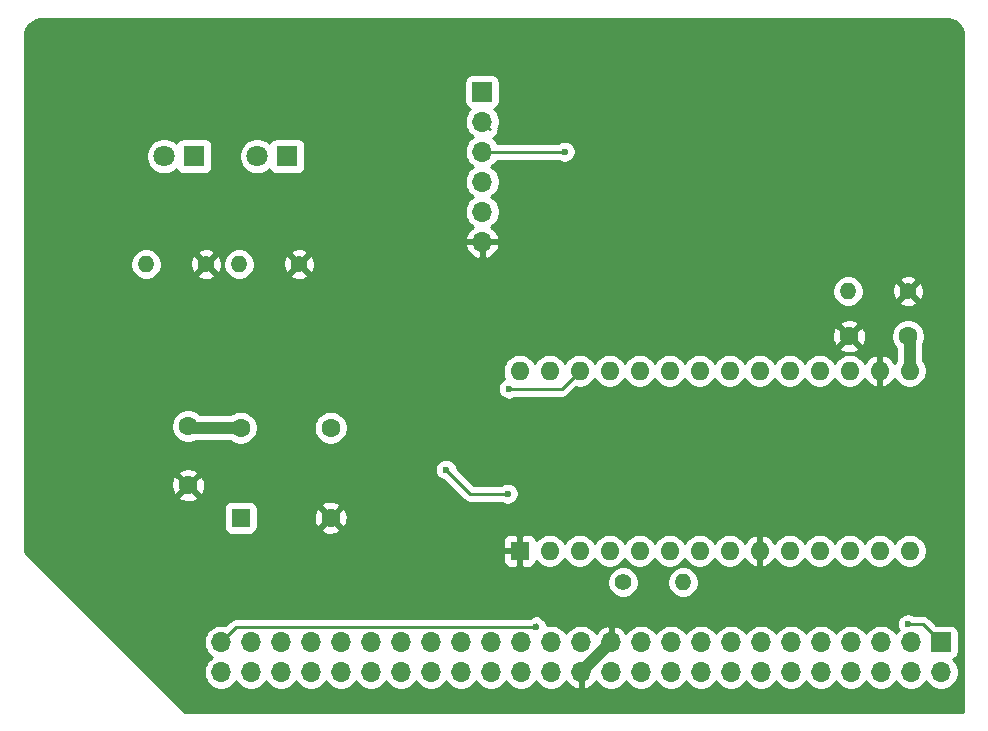
<source format=gbr>
%TF.GenerationSoftware,KiCad,Pcbnew,(5.1.10-1-10_14)*%
%TF.CreationDate,2021-08-31T23:49:44+02:00*%
%TF.ProjectId,serial_board,73657269-616c-45f6-926f-6172642e6b69,rev?*%
%TF.SameCoordinates,Original*%
%TF.FileFunction,Copper,L2,Bot*%
%TF.FilePolarity,Positive*%
%FSLAX46Y46*%
G04 Gerber Fmt 4.6, Leading zero omitted, Abs format (unit mm)*
G04 Created by KiCad (PCBNEW (5.1.10-1-10_14)) date 2021-08-31 23:49:44*
%MOMM*%
%LPD*%
G01*
G04 APERTURE LIST*
%TA.AperFunction,ComponentPad*%
%ADD10C,1.800000*%
%TD*%
%TA.AperFunction,ComponentPad*%
%ADD11R,1.800000X1.800000*%
%TD*%
%TA.AperFunction,ComponentPad*%
%ADD12O,1.400000X1.400000*%
%TD*%
%TA.AperFunction,ComponentPad*%
%ADD13C,1.400000*%
%TD*%
%TA.AperFunction,ComponentPad*%
%ADD14C,1.600000*%
%TD*%
%TA.AperFunction,ComponentPad*%
%ADD15R,1.600000X1.600000*%
%TD*%
%TA.AperFunction,ComponentPad*%
%ADD16O,1.600000X1.600000*%
%TD*%
%TA.AperFunction,ComponentPad*%
%ADD17O,1.700000X1.700000*%
%TD*%
%TA.AperFunction,ComponentPad*%
%ADD18R,1.700000X1.700000*%
%TD*%
%TA.AperFunction,ViaPad*%
%ADD19C,0.600000*%
%TD*%
%TA.AperFunction,Conductor*%
%ADD20C,1.000000*%
%TD*%
%TA.AperFunction,Conductor*%
%ADD21C,0.250000*%
%TD*%
%TA.AperFunction,Conductor*%
%ADD22C,0.254000*%
%TD*%
%TA.AperFunction,Conductor*%
%ADD23C,0.100000*%
%TD*%
G04 APERTURE END LIST*
D10*
%TO.P,D2,2*%
%TO.N,/RX*%
X20320000Y47752000D03*
D11*
%TO.P,D2,1*%
%TO.N,Net-(D2-Pad1)*%
X22860000Y47752000D03*
%TD*%
D10*
%TO.P,D1,2*%
%TO.N,/TX*%
X12446000Y47752000D03*
D11*
%TO.P,D1,1*%
%TO.N,Net-(D1-Pad1)*%
X14986000Y47752000D03*
%TD*%
D12*
%TO.P,R4,2*%
%TO.N,/~DSR~*%
X70358000Y36322000D03*
D13*
%TO.P,R4,1*%
%TO.N,GND*%
X75438000Y36322000D03*
%TD*%
D12*
%TO.P,R3,2*%
%TO.N,+5V*%
X56388000Y11684000D03*
D13*
%TO.P,R3,1*%
%TO.N,Net-(R3-Pad1)*%
X51308000Y11684000D03*
%TD*%
D12*
%TO.P,R2,2*%
%TO.N,Net-(D2-Pad1)*%
X18796000Y38608000D03*
D13*
%TO.P,R2,1*%
%TO.N,GND*%
X23876000Y38608000D03*
%TD*%
D12*
%TO.P,R1,2*%
%TO.N,Net-(D1-Pad1)*%
X10922000Y38608000D03*
D13*
%TO.P,R1,1*%
%TO.N,GND*%
X16002000Y38608000D03*
%TD*%
D14*
%TO.P,C2,2*%
%TO.N,GND*%
X70438000Y32512000D03*
%TO.P,C2,1*%
%TO.N,+5V*%
X75438000Y32512000D03*
%TD*%
%TO.P,C1,2*%
%TO.N,GND*%
X14478000Y19892000D03*
%TO.P,C1,1*%
%TO.N,+5V*%
X14478000Y24892000D03*
%TD*%
%TO.P,X1,4*%
%TO.N,GND*%
X26543000Y17145000D03*
%TO.P,X1,5*%
%TO.N,Net-(U1-Pad6)*%
X26543000Y24765000D03*
%TO.P,X1,8*%
%TO.N,+5V*%
X18923000Y24765000D03*
D15*
%TO.P,X1,1*%
%TO.N,Net-(X1-Pad1)*%
X18923000Y17145000D03*
%TD*%
D16*
%TO.P,U1,28*%
%TO.N,R~W~*%
X42545000Y29591000D03*
%TO.P,U1,14*%
%TO.N,A1*%
X75565000Y14351000D03*
%TO.P,U1,27*%
%TO.N,CLK*%
X45085000Y29591000D03*
%TO.P,U1,13*%
%TO.N,A0*%
X73025000Y14351000D03*
%TO.P,U1,26*%
%TO.N,~SLOT_IRQ~*%
X47625000Y29591000D03*
%TO.P,U1,12*%
%TO.N,/RX*%
X70485000Y14351000D03*
%TO.P,U1,25*%
%TO.N,D7*%
X50165000Y29591000D03*
%TO.P,U1,11*%
%TO.N,/~DTR~*%
X67945000Y14351000D03*
%TO.P,U1,24*%
%TO.N,D6*%
X52705000Y29591000D03*
%TO.P,U1,10*%
%TO.N,/TX*%
X65405000Y14351000D03*
%TO.P,U1,23*%
%TO.N,D5*%
X55245000Y29591000D03*
%TO.P,U1,9*%
%TO.N,GND*%
X62865000Y14351000D03*
%TO.P,U1,22*%
%TO.N,D4*%
X57785000Y29591000D03*
%TO.P,U1,8*%
%TO.N,/~RTS~*%
X60325000Y14351000D03*
%TO.P,U1,21*%
%TO.N,D3*%
X60325000Y29591000D03*
%TO.P,U1,7*%
%TO.N,Net-(U1-Pad7)*%
X57785000Y14351000D03*
%TO.P,U1,20*%
%TO.N,D2*%
X62865000Y29591000D03*
%TO.P,U1,6*%
%TO.N,Net-(U1-Pad6)*%
X55245000Y14351000D03*
%TO.P,U1,19*%
%TO.N,D1*%
X65405000Y29591000D03*
%TO.P,U1,5*%
%TO.N,Net-(U1-Pad5)*%
X52705000Y14351000D03*
%TO.P,U1,18*%
%TO.N,D0*%
X67945000Y29591000D03*
%TO.P,U1,4*%
%TO.N,~RESET~*%
X50165000Y14351000D03*
%TO.P,U1,17*%
%TO.N,/~DSR~*%
X70485000Y29591000D03*
%TO.P,U1,3*%
%TO.N,~SLOT_SEL~*%
X47625000Y14351000D03*
%TO.P,U1,16*%
%TO.N,GND*%
X73025000Y29591000D03*
%TO.P,U1,2*%
%TO.N,Net-(R3-Pad1)*%
X45085000Y14351000D03*
%TO.P,U1,15*%
%TO.N,+5V*%
X75565000Y29591000D03*
D15*
%TO.P,U1,1*%
%TO.N,GND*%
X42545000Y14351000D03*
%TD*%
D17*
%TO.P,J2,6*%
%TO.N,GND*%
X39370000Y40513000D03*
%TO.P,J2,5*%
%TO.N,/~RTS~*%
X39370000Y43053000D03*
%TO.P,J2,4*%
%TO.N,+5V*%
X39370000Y45593000D03*
%TO.P,J2,3*%
%TO.N,/RX*%
X39370000Y48133000D03*
%TO.P,J2,2*%
%TO.N,/TX*%
X39370000Y50673000D03*
D18*
%TO.P,J2,1*%
%TO.N,/~DSR~*%
X39370000Y53213000D03*
%TD*%
D17*
%TO.P,J1,50*%
%TO.N,~NMI~*%
X17272000Y4064000D03*
%TO.P,J1,49*%
%TO.N,~RESET~*%
X17272000Y6604000D03*
%TO.P,J1,48*%
%TO.N,~SLOT_IRQ~*%
X19812000Y4064000D03*
%TO.P,J1,47*%
%TO.N,SYNC*%
X19812000Y6604000D03*
%TO.P,J1,46*%
%TO.N,EX3*%
X22352000Y4064000D03*
%TO.P,J1,45*%
%TO.N,~IRQ~*%
X22352000Y6604000D03*
%TO.P,J1,44*%
%TO.N,EX2*%
X24892000Y4064000D03*
%TO.P,J1,43*%
%TO.N,R~W~*%
X24892000Y6604000D03*
%TO.P,J1,42*%
%TO.N,CLK_12M*%
X27432000Y4064000D03*
%TO.P,J1,41*%
%TO.N,CLK*%
X27432000Y6604000D03*
%TO.P,J1,40*%
%TO.N,LED4*%
X29972000Y4064000D03*
%TO.P,J1,39*%
%TO.N,BE*%
X29972000Y6604000D03*
%TO.P,J1,38*%
%TO.N,LED3*%
X32512000Y4064000D03*
%TO.P,J1,37*%
%TO.N,RDY*%
X32512000Y6604000D03*
%TO.P,J1,36*%
%TO.N,LED2*%
X35052000Y4064000D03*
%TO.P,J1,35*%
%TO.N,A15*%
X35052000Y6604000D03*
%TO.P,J1,34*%
%TO.N,LED1*%
X37592000Y4064000D03*
%TO.P,J1,33*%
%TO.N,A14*%
X37592000Y6604000D03*
%TO.P,J1,32*%
%TO.N,~SLOT_SEL~*%
X40132000Y4064000D03*
%TO.P,J1,31*%
%TO.N,A13*%
X40132000Y6604000D03*
%TO.P,J1,30*%
%TO.N,~INH~*%
X42672000Y4064000D03*
%TO.P,J1,29*%
%TO.N,A12*%
X42672000Y6604000D03*
%TO.P,J1,28*%
%TO.N,~SSEL~*%
X45212000Y4064000D03*
%TO.P,J1,27*%
%TO.N,A11*%
X45212000Y6604000D03*
%TO.P,J1,26*%
%TO.N,GND*%
X47752000Y4064000D03*
%TO.P,J1,25*%
%TO.N,+5V*%
X47752000Y6604000D03*
%TO.P,J1,24*%
X50292000Y4064000D03*
%TO.P,J1,23*%
%TO.N,GND*%
X50292000Y6604000D03*
%TO.P,J1,22*%
%TO.N,~SLOW~*%
X52832000Y4064000D03*
%TO.P,J1,21*%
%TO.N,A10*%
X52832000Y6604000D03*
%TO.P,J1,20*%
%TO.N,EX1*%
X55372000Y4064000D03*
%TO.P,J1,19*%
%TO.N,A9*%
X55372000Y6604000D03*
%TO.P,J1,18*%
%TO.N,EX0*%
X57912000Y4064000D03*
%TO.P,J1,17*%
%TO.N,A8*%
X57912000Y6604000D03*
%TO.P,J1,16*%
%TO.N,D7*%
X60452000Y4064000D03*
%TO.P,J1,15*%
%TO.N,A7*%
X60452000Y6604000D03*
%TO.P,J1,14*%
%TO.N,D6*%
X62992000Y4064000D03*
%TO.P,J1,13*%
%TO.N,A6*%
X62992000Y6604000D03*
%TO.P,J1,12*%
%TO.N,D5*%
X65532000Y4064000D03*
%TO.P,J1,11*%
%TO.N,A5*%
X65532000Y6604000D03*
%TO.P,J1,10*%
%TO.N,D4*%
X68072000Y4064000D03*
%TO.P,J1,9*%
%TO.N,A4*%
X68072000Y6604000D03*
%TO.P,J1,8*%
%TO.N,D3*%
X70612000Y4064000D03*
%TO.P,J1,7*%
%TO.N,A3*%
X70612000Y6604000D03*
%TO.P,J1,6*%
%TO.N,D2*%
X73152000Y4064000D03*
%TO.P,J1,5*%
%TO.N,A2*%
X73152000Y6604000D03*
%TO.P,J1,4*%
%TO.N,D1*%
X75692000Y4064000D03*
%TO.P,J1,3*%
%TO.N,A1*%
X75692000Y6604000D03*
%TO.P,J1,2*%
%TO.N,D0*%
X78232000Y4064000D03*
D18*
%TO.P,J1,1*%
%TO.N,A0*%
X78232000Y6604000D03*
%TD*%
D19*
%TO.N,A0*%
X75438000Y8128000D03*
%TO.N,~RESET~*%
X43942000Y7874000D03*
%TO.N,~SLOT_IRQ~*%
X41656000Y28067000D03*
%TO.N,Net-(U1-Pad6)*%
X41529000Y19177000D03*
X36322000Y21209000D03*
%TO.N,/RX*%
X46355000Y48133000D03*
%TD*%
D20*
%TO.N,GND*%
X50292000Y6604000D02*
X47752000Y4064000D01*
%TO.N,+5V*%
X75565000Y32385000D02*
X75565000Y29591000D01*
X75438000Y32512000D02*
X75565000Y32385000D01*
X14605000Y24765000D02*
X18923000Y24765000D01*
X14478000Y24892000D02*
X14605000Y24765000D01*
D21*
%TO.N,A0*%
X76708000Y8128000D02*
X75438000Y8128000D01*
X78232000Y6604000D02*
X76708000Y8128000D01*
%TO.N,~RESET~*%
X43942000Y8128000D02*
X43942000Y8128000D01*
X17272000Y6604000D02*
X18542000Y7874000D01*
X18542000Y7874000D02*
X43942000Y7874000D01*
%TO.N,~SLOT_IRQ~*%
X46101000Y28067000D02*
X47625000Y29591000D01*
X41656000Y28067000D02*
X46101000Y28067000D01*
%TO.N,Net-(U1-Pad6)*%
X41529000Y19177000D02*
X38354000Y19177000D01*
X38354000Y19177000D02*
X36322000Y21209000D01*
X36322000Y21209000D02*
X36322000Y21209000D01*
%TO.N,/TX*%
X40005000Y50038000D02*
X39370000Y50673000D01*
%TO.N,/RX*%
X46355000Y48133000D02*
X39370000Y48133000D01*
%TD*%
D22*
%TO.N,GND*%
X2125353Y59386000D02*
X78646647Y59386000D01*
X78740956Y59395289D01*
X78903542Y59379347D01*
X79183018Y59294969D01*
X79440780Y59157915D01*
X79667015Y58973401D01*
X79853103Y58748460D01*
X79991956Y58491658D01*
X80078282Y58212781D01*
X80096365Y58040731D01*
X80087000Y57945646D01*
X80087001Y685000D01*
X14218381Y685000D01*
X8153121Y6750260D01*
X15787000Y6750260D01*
X15787000Y6457740D01*
X15844068Y6170842D01*
X15956010Y5900589D01*
X16118525Y5657368D01*
X16325368Y5450525D01*
X16499760Y5334000D01*
X16325368Y5217475D01*
X16118525Y5010632D01*
X15956010Y4767411D01*
X15844068Y4497158D01*
X15787000Y4210260D01*
X15787000Y3917740D01*
X15844068Y3630842D01*
X15956010Y3360589D01*
X16118525Y3117368D01*
X16325368Y2910525D01*
X16568589Y2748010D01*
X16838842Y2636068D01*
X17125740Y2579000D01*
X17418260Y2579000D01*
X17705158Y2636068D01*
X17975411Y2748010D01*
X18218632Y2910525D01*
X18425475Y3117368D01*
X18542000Y3291760D01*
X18658525Y3117368D01*
X18865368Y2910525D01*
X19108589Y2748010D01*
X19378842Y2636068D01*
X19665740Y2579000D01*
X19958260Y2579000D01*
X20245158Y2636068D01*
X20515411Y2748010D01*
X20758632Y2910525D01*
X20965475Y3117368D01*
X21082000Y3291760D01*
X21198525Y3117368D01*
X21405368Y2910525D01*
X21648589Y2748010D01*
X21918842Y2636068D01*
X22205740Y2579000D01*
X22498260Y2579000D01*
X22785158Y2636068D01*
X23055411Y2748010D01*
X23298632Y2910525D01*
X23505475Y3117368D01*
X23622000Y3291760D01*
X23738525Y3117368D01*
X23945368Y2910525D01*
X24188589Y2748010D01*
X24458842Y2636068D01*
X24745740Y2579000D01*
X25038260Y2579000D01*
X25325158Y2636068D01*
X25595411Y2748010D01*
X25838632Y2910525D01*
X26045475Y3117368D01*
X26162000Y3291760D01*
X26278525Y3117368D01*
X26485368Y2910525D01*
X26728589Y2748010D01*
X26998842Y2636068D01*
X27285740Y2579000D01*
X27578260Y2579000D01*
X27865158Y2636068D01*
X28135411Y2748010D01*
X28378632Y2910525D01*
X28585475Y3117368D01*
X28702000Y3291760D01*
X28818525Y3117368D01*
X29025368Y2910525D01*
X29268589Y2748010D01*
X29538842Y2636068D01*
X29825740Y2579000D01*
X30118260Y2579000D01*
X30405158Y2636068D01*
X30675411Y2748010D01*
X30918632Y2910525D01*
X31125475Y3117368D01*
X31242000Y3291760D01*
X31358525Y3117368D01*
X31565368Y2910525D01*
X31808589Y2748010D01*
X32078842Y2636068D01*
X32365740Y2579000D01*
X32658260Y2579000D01*
X32945158Y2636068D01*
X33215411Y2748010D01*
X33458632Y2910525D01*
X33665475Y3117368D01*
X33782000Y3291760D01*
X33898525Y3117368D01*
X34105368Y2910525D01*
X34348589Y2748010D01*
X34618842Y2636068D01*
X34905740Y2579000D01*
X35198260Y2579000D01*
X35485158Y2636068D01*
X35755411Y2748010D01*
X35998632Y2910525D01*
X36205475Y3117368D01*
X36322000Y3291760D01*
X36438525Y3117368D01*
X36645368Y2910525D01*
X36888589Y2748010D01*
X37158842Y2636068D01*
X37445740Y2579000D01*
X37738260Y2579000D01*
X38025158Y2636068D01*
X38295411Y2748010D01*
X38538632Y2910525D01*
X38745475Y3117368D01*
X38862000Y3291760D01*
X38978525Y3117368D01*
X39185368Y2910525D01*
X39428589Y2748010D01*
X39698842Y2636068D01*
X39985740Y2579000D01*
X40278260Y2579000D01*
X40565158Y2636068D01*
X40835411Y2748010D01*
X41078632Y2910525D01*
X41285475Y3117368D01*
X41402000Y3291760D01*
X41518525Y3117368D01*
X41725368Y2910525D01*
X41968589Y2748010D01*
X42238842Y2636068D01*
X42525740Y2579000D01*
X42818260Y2579000D01*
X43105158Y2636068D01*
X43375411Y2748010D01*
X43618632Y2910525D01*
X43825475Y3117368D01*
X43942000Y3291760D01*
X44058525Y3117368D01*
X44265368Y2910525D01*
X44508589Y2748010D01*
X44778842Y2636068D01*
X45065740Y2579000D01*
X45358260Y2579000D01*
X45645158Y2636068D01*
X45915411Y2748010D01*
X46158632Y2910525D01*
X46365475Y3117368D01*
X46487195Y3299534D01*
X46556822Y3182645D01*
X46751731Y2966412D01*
X46985080Y2792359D01*
X47247901Y2667175D01*
X47395110Y2622524D01*
X47625000Y2743845D01*
X47625000Y3937000D01*
X47605000Y3937000D01*
X47605000Y4191000D01*
X47625000Y4191000D01*
X47625000Y4211000D01*
X47879000Y4211000D01*
X47879000Y4191000D01*
X47899000Y4191000D01*
X47899000Y3937000D01*
X47879000Y3937000D01*
X47879000Y2743845D01*
X48108890Y2622524D01*
X48256099Y2667175D01*
X48518920Y2792359D01*
X48752269Y2966412D01*
X48947178Y3182645D01*
X49016805Y3299534D01*
X49138525Y3117368D01*
X49345368Y2910525D01*
X49588589Y2748010D01*
X49858842Y2636068D01*
X50145740Y2579000D01*
X50438260Y2579000D01*
X50725158Y2636068D01*
X50995411Y2748010D01*
X51238632Y2910525D01*
X51445475Y3117368D01*
X51562000Y3291760D01*
X51678525Y3117368D01*
X51885368Y2910525D01*
X52128589Y2748010D01*
X52398842Y2636068D01*
X52685740Y2579000D01*
X52978260Y2579000D01*
X53265158Y2636068D01*
X53535411Y2748010D01*
X53778632Y2910525D01*
X53985475Y3117368D01*
X54102000Y3291760D01*
X54218525Y3117368D01*
X54425368Y2910525D01*
X54668589Y2748010D01*
X54938842Y2636068D01*
X55225740Y2579000D01*
X55518260Y2579000D01*
X55805158Y2636068D01*
X56075411Y2748010D01*
X56318632Y2910525D01*
X56525475Y3117368D01*
X56642000Y3291760D01*
X56758525Y3117368D01*
X56965368Y2910525D01*
X57208589Y2748010D01*
X57478842Y2636068D01*
X57765740Y2579000D01*
X58058260Y2579000D01*
X58345158Y2636068D01*
X58615411Y2748010D01*
X58858632Y2910525D01*
X59065475Y3117368D01*
X59182000Y3291760D01*
X59298525Y3117368D01*
X59505368Y2910525D01*
X59748589Y2748010D01*
X60018842Y2636068D01*
X60305740Y2579000D01*
X60598260Y2579000D01*
X60885158Y2636068D01*
X61155411Y2748010D01*
X61398632Y2910525D01*
X61605475Y3117368D01*
X61722000Y3291760D01*
X61838525Y3117368D01*
X62045368Y2910525D01*
X62288589Y2748010D01*
X62558842Y2636068D01*
X62845740Y2579000D01*
X63138260Y2579000D01*
X63425158Y2636068D01*
X63695411Y2748010D01*
X63938632Y2910525D01*
X64145475Y3117368D01*
X64262000Y3291760D01*
X64378525Y3117368D01*
X64585368Y2910525D01*
X64828589Y2748010D01*
X65098842Y2636068D01*
X65385740Y2579000D01*
X65678260Y2579000D01*
X65965158Y2636068D01*
X66235411Y2748010D01*
X66478632Y2910525D01*
X66685475Y3117368D01*
X66802000Y3291760D01*
X66918525Y3117368D01*
X67125368Y2910525D01*
X67368589Y2748010D01*
X67638842Y2636068D01*
X67925740Y2579000D01*
X68218260Y2579000D01*
X68505158Y2636068D01*
X68775411Y2748010D01*
X69018632Y2910525D01*
X69225475Y3117368D01*
X69342000Y3291760D01*
X69458525Y3117368D01*
X69665368Y2910525D01*
X69908589Y2748010D01*
X70178842Y2636068D01*
X70465740Y2579000D01*
X70758260Y2579000D01*
X71045158Y2636068D01*
X71315411Y2748010D01*
X71558632Y2910525D01*
X71765475Y3117368D01*
X71882000Y3291760D01*
X71998525Y3117368D01*
X72205368Y2910525D01*
X72448589Y2748010D01*
X72718842Y2636068D01*
X73005740Y2579000D01*
X73298260Y2579000D01*
X73585158Y2636068D01*
X73855411Y2748010D01*
X74098632Y2910525D01*
X74305475Y3117368D01*
X74422000Y3291760D01*
X74538525Y3117368D01*
X74745368Y2910525D01*
X74988589Y2748010D01*
X75258842Y2636068D01*
X75545740Y2579000D01*
X75838260Y2579000D01*
X76125158Y2636068D01*
X76395411Y2748010D01*
X76638632Y2910525D01*
X76845475Y3117368D01*
X76962000Y3291760D01*
X77078525Y3117368D01*
X77285368Y2910525D01*
X77528589Y2748010D01*
X77798842Y2636068D01*
X78085740Y2579000D01*
X78378260Y2579000D01*
X78665158Y2636068D01*
X78935411Y2748010D01*
X79178632Y2910525D01*
X79385475Y3117368D01*
X79547990Y3360589D01*
X79659932Y3630842D01*
X79717000Y3917740D01*
X79717000Y4210260D01*
X79659932Y4497158D01*
X79547990Y4767411D01*
X79385475Y5010632D01*
X79253620Y5142487D01*
X79326180Y5164498D01*
X79436494Y5223463D01*
X79533185Y5302815D01*
X79612537Y5399506D01*
X79671502Y5509820D01*
X79707812Y5629518D01*
X79720072Y5754000D01*
X79720072Y7454000D01*
X79707812Y7578482D01*
X79671502Y7698180D01*
X79612537Y7808494D01*
X79533185Y7905185D01*
X79436494Y7984537D01*
X79326180Y8043502D01*
X79206482Y8079812D01*
X79082000Y8092072D01*
X77818730Y8092072D01*
X77271803Y8638998D01*
X77248001Y8668001D01*
X77132276Y8762974D01*
X77000247Y8833546D01*
X76856986Y8877003D01*
X76745333Y8888000D01*
X76745322Y8888000D01*
X76708000Y8891676D01*
X76670678Y8888000D01*
X75983535Y8888000D01*
X75880889Y8956586D01*
X75710729Y9027068D01*
X75530089Y9063000D01*
X75345911Y9063000D01*
X75165271Y9027068D01*
X74995111Y8956586D01*
X74841972Y8854262D01*
X74711738Y8724028D01*
X74609414Y8570889D01*
X74538932Y8400729D01*
X74503000Y8220089D01*
X74503000Y8035911D01*
X74538932Y7855271D01*
X74609414Y7685111D01*
X74634885Y7646992D01*
X74538525Y7550632D01*
X74422000Y7376240D01*
X74305475Y7550632D01*
X74098632Y7757475D01*
X73855411Y7919990D01*
X73585158Y8031932D01*
X73298260Y8089000D01*
X73005740Y8089000D01*
X72718842Y8031932D01*
X72448589Y7919990D01*
X72205368Y7757475D01*
X71998525Y7550632D01*
X71882000Y7376240D01*
X71765475Y7550632D01*
X71558632Y7757475D01*
X71315411Y7919990D01*
X71045158Y8031932D01*
X70758260Y8089000D01*
X70465740Y8089000D01*
X70178842Y8031932D01*
X69908589Y7919990D01*
X69665368Y7757475D01*
X69458525Y7550632D01*
X69342000Y7376240D01*
X69225475Y7550632D01*
X69018632Y7757475D01*
X68775411Y7919990D01*
X68505158Y8031932D01*
X68218260Y8089000D01*
X67925740Y8089000D01*
X67638842Y8031932D01*
X67368589Y7919990D01*
X67125368Y7757475D01*
X66918525Y7550632D01*
X66802000Y7376240D01*
X66685475Y7550632D01*
X66478632Y7757475D01*
X66235411Y7919990D01*
X65965158Y8031932D01*
X65678260Y8089000D01*
X65385740Y8089000D01*
X65098842Y8031932D01*
X64828589Y7919990D01*
X64585368Y7757475D01*
X64378525Y7550632D01*
X64262000Y7376240D01*
X64145475Y7550632D01*
X63938632Y7757475D01*
X63695411Y7919990D01*
X63425158Y8031932D01*
X63138260Y8089000D01*
X62845740Y8089000D01*
X62558842Y8031932D01*
X62288589Y7919990D01*
X62045368Y7757475D01*
X61838525Y7550632D01*
X61722000Y7376240D01*
X61605475Y7550632D01*
X61398632Y7757475D01*
X61155411Y7919990D01*
X60885158Y8031932D01*
X60598260Y8089000D01*
X60305740Y8089000D01*
X60018842Y8031932D01*
X59748589Y7919990D01*
X59505368Y7757475D01*
X59298525Y7550632D01*
X59182000Y7376240D01*
X59065475Y7550632D01*
X58858632Y7757475D01*
X58615411Y7919990D01*
X58345158Y8031932D01*
X58058260Y8089000D01*
X57765740Y8089000D01*
X57478842Y8031932D01*
X57208589Y7919990D01*
X56965368Y7757475D01*
X56758525Y7550632D01*
X56642000Y7376240D01*
X56525475Y7550632D01*
X56318632Y7757475D01*
X56075411Y7919990D01*
X55805158Y8031932D01*
X55518260Y8089000D01*
X55225740Y8089000D01*
X54938842Y8031932D01*
X54668589Y7919990D01*
X54425368Y7757475D01*
X54218525Y7550632D01*
X54102000Y7376240D01*
X53985475Y7550632D01*
X53778632Y7757475D01*
X53535411Y7919990D01*
X53265158Y8031932D01*
X52978260Y8089000D01*
X52685740Y8089000D01*
X52398842Y8031932D01*
X52128589Y7919990D01*
X51885368Y7757475D01*
X51678525Y7550632D01*
X51556805Y7368466D01*
X51487178Y7485355D01*
X51292269Y7701588D01*
X51058920Y7875641D01*
X50796099Y8000825D01*
X50648890Y8045476D01*
X50419000Y7924155D01*
X50419000Y6731000D01*
X50439000Y6731000D01*
X50439000Y6477000D01*
X50419000Y6477000D01*
X50419000Y6457000D01*
X50165000Y6457000D01*
X50165000Y6477000D01*
X50145000Y6477000D01*
X50145000Y6731000D01*
X50165000Y6731000D01*
X50165000Y7924155D01*
X49935110Y8045476D01*
X49787901Y8000825D01*
X49525080Y7875641D01*
X49291731Y7701588D01*
X49096822Y7485355D01*
X49027195Y7368466D01*
X48905475Y7550632D01*
X48698632Y7757475D01*
X48455411Y7919990D01*
X48185158Y8031932D01*
X47898260Y8089000D01*
X47605740Y8089000D01*
X47318842Y8031932D01*
X47048589Y7919990D01*
X46805368Y7757475D01*
X46598525Y7550632D01*
X46482000Y7376240D01*
X46365475Y7550632D01*
X46158632Y7757475D01*
X45915411Y7919990D01*
X45645158Y8031932D01*
X45358260Y8089000D01*
X45065740Y8089000D01*
X44860665Y8048208D01*
X44841068Y8146729D01*
X44770586Y8316889D01*
X44668262Y8470028D01*
X44538028Y8600262D01*
X44537065Y8600906D01*
X44482001Y8668001D01*
X44366276Y8762974D01*
X44234247Y8833546D01*
X44090986Y8877003D01*
X43979333Y8888000D01*
X43904667Y8888000D01*
X43793014Y8877003D01*
X43649753Y8833546D01*
X43517724Y8762974D01*
X43401999Y8668001D01*
X43374095Y8634000D01*
X18579322Y8634000D01*
X18541999Y8637676D01*
X18504676Y8634000D01*
X18504667Y8634000D01*
X18393014Y8623003D01*
X18249753Y8579546D01*
X18117724Y8508974D01*
X18001999Y8414001D01*
X17978201Y8385003D01*
X17638408Y8045210D01*
X17418260Y8089000D01*
X17125740Y8089000D01*
X16838842Y8031932D01*
X16568589Y7919990D01*
X16325368Y7757475D01*
X16118525Y7550632D01*
X15956010Y7307411D01*
X15844068Y7037158D01*
X15787000Y6750260D01*
X8153121Y6750260D01*
X3087895Y11815486D01*
X49973000Y11815486D01*
X49973000Y11552514D01*
X50024304Y11294595D01*
X50124939Y11051641D01*
X50271038Y10832987D01*
X50456987Y10647038D01*
X50675641Y10500939D01*
X50918595Y10400304D01*
X51176514Y10349000D01*
X51439486Y10349000D01*
X51697405Y10400304D01*
X51940359Y10500939D01*
X52159013Y10647038D01*
X52344962Y10832987D01*
X52491061Y11051641D01*
X52591696Y11294595D01*
X52643000Y11552514D01*
X52643000Y11815486D01*
X55053000Y11815486D01*
X55053000Y11552514D01*
X55104304Y11294595D01*
X55204939Y11051641D01*
X55351038Y10832987D01*
X55536987Y10647038D01*
X55755641Y10500939D01*
X55998595Y10400304D01*
X56256514Y10349000D01*
X56519486Y10349000D01*
X56777405Y10400304D01*
X57020359Y10500939D01*
X57239013Y10647038D01*
X57424962Y10832987D01*
X57571061Y11051641D01*
X57671696Y11294595D01*
X57723000Y11552514D01*
X57723000Y11815486D01*
X57671696Y12073405D01*
X57571061Y12316359D01*
X57424962Y12535013D01*
X57239013Y12720962D01*
X57020359Y12867061D01*
X56777405Y12967696D01*
X56519486Y13019000D01*
X56256514Y13019000D01*
X55998595Y12967696D01*
X55755641Y12867061D01*
X55536987Y12720962D01*
X55351038Y12535013D01*
X55204939Y12316359D01*
X55104304Y12073405D01*
X55053000Y11815486D01*
X52643000Y11815486D01*
X52591696Y12073405D01*
X52491061Y12316359D01*
X52344962Y12535013D01*
X52159013Y12720962D01*
X51940359Y12867061D01*
X51697405Y12967696D01*
X51439486Y13019000D01*
X51176514Y13019000D01*
X50918595Y12967696D01*
X50675641Y12867061D01*
X50456987Y12720962D01*
X50271038Y12535013D01*
X50124939Y12316359D01*
X50024304Y12073405D01*
X49973000Y11815486D01*
X3087895Y11815486D01*
X1352381Y13551000D01*
X41106928Y13551000D01*
X41119188Y13426518D01*
X41155498Y13306820D01*
X41214463Y13196506D01*
X41293815Y13099815D01*
X41390506Y13020463D01*
X41500820Y12961498D01*
X41620518Y12925188D01*
X41745000Y12912928D01*
X42259250Y12916000D01*
X42418000Y13074750D01*
X42418000Y14224000D01*
X41268750Y14224000D01*
X41110000Y14065250D01*
X41106928Y13551000D01*
X1352381Y13551000D01*
X685000Y14218380D01*
X685000Y15151000D01*
X41106928Y15151000D01*
X41110000Y14636750D01*
X41268750Y14478000D01*
X42418000Y14478000D01*
X42418000Y15627250D01*
X42672000Y15627250D01*
X42672000Y14478000D01*
X42692000Y14478000D01*
X42692000Y14224000D01*
X42672000Y14224000D01*
X42672000Y13074750D01*
X42830750Y12916000D01*
X43345000Y12912928D01*
X43469482Y12925188D01*
X43589180Y12961498D01*
X43699494Y13020463D01*
X43796185Y13099815D01*
X43875537Y13196506D01*
X43934502Y13306820D01*
X43970812Y13426518D01*
X43971643Y13434961D01*
X44170241Y13236363D01*
X44405273Y13079320D01*
X44666426Y12971147D01*
X44943665Y12916000D01*
X45226335Y12916000D01*
X45503574Y12971147D01*
X45764727Y13079320D01*
X45999759Y13236363D01*
X46199637Y13436241D01*
X46355000Y13668759D01*
X46510363Y13436241D01*
X46710241Y13236363D01*
X46945273Y13079320D01*
X47206426Y12971147D01*
X47483665Y12916000D01*
X47766335Y12916000D01*
X48043574Y12971147D01*
X48304727Y13079320D01*
X48539759Y13236363D01*
X48739637Y13436241D01*
X48895000Y13668759D01*
X49050363Y13436241D01*
X49250241Y13236363D01*
X49485273Y13079320D01*
X49746426Y12971147D01*
X50023665Y12916000D01*
X50306335Y12916000D01*
X50583574Y12971147D01*
X50844727Y13079320D01*
X51079759Y13236363D01*
X51279637Y13436241D01*
X51435000Y13668759D01*
X51590363Y13436241D01*
X51790241Y13236363D01*
X52025273Y13079320D01*
X52286426Y12971147D01*
X52563665Y12916000D01*
X52846335Y12916000D01*
X53123574Y12971147D01*
X53384727Y13079320D01*
X53619759Y13236363D01*
X53819637Y13436241D01*
X53975000Y13668759D01*
X54130363Y13436241D01*
X54330241Y13236363D01*
X54565273Y13079320D01*
X54826426Y12971147D01*
X55103665Y12916000D01*
X55386335Y12916000D01*
X55663574Y12971147D01*
X55924727Y13079320D01*
X56159759Y13236363D01*
X56359637Y13436241D01*
X56515000Y13668759D01*
X56670363Y13436241D01*
X56870241Y13236363D01*
X57105273Y13079320D01*
X57366426Y12971147D01*
X57643665Y12916000D01*
X57926335Y12916000D01*
X58203574Y12971147D01*
X58464727Y13079320D01*
X58699759Y13236363D01*
X58899637Y13436241D01*
X59055000Y13668759D01*
X59210363Y13436241D01*
X59410241Y13236363D01*
X59645273Y13079320D01*
X59906426Y12971147D01*
X60183665Y12916000D01*
X60466335Y12916000D01*
X60743574Y12971147D01*
X61004727Y13079320D01*
X61239759Y13236363D01*
X61439637Y13436241D01*
X61596680Y13671273D01*
X61601067Y13681865D01*
X61712615Y13495869D01*
X61901586Y13287481D01*
X62127580Y13119963D01*
X62381913Y12999754D01*
X62515961Y12959096D01*
X62738000Y13081085D01*
X62738000Y14224000D01*
X62718000Y14224000D01*
X62718000Y14478000D01*
X62738000Y14478000D01*
X62738000Y15620915D01*
X62992000Y15620915D01*
X62992000Y14478000D01*
X63012000Y14478000D01*
X63012000Y14224000D01*
X62992000Y14224000D01*
X62992000Y13081085D01*
X63214039Y12959096D01*
X63348087Y12999754D01*
X63602420Y13119963D01*
X63828414Y13287481D01*
X64017385Y13495869D01*
X64128933Y13681865D01*
X64133320Y13671273D01*
X64290363Y13436241D01*
X64490241Y13236363D01*
X64725273Y13079320D01*
X64986426Y12971147D01*
X65263665Y12916000D01*
X65546335Y12916000D01*
X65823574Y12971147D01*
X66084727Y13079320D01*
X66319759Y13236363D01*
X66519637Y13436241D01*
X66675000Y13668759D01*
X66830363Y13436241D01*
X67030241Y13236363D01*
X67265273Y13079320D01*
X67526426Y12971147D01*
X67803665Y12916000D01*
X68086335Y12916000D01*
X68363574Y12971147D01*
X68624727Y13079320D01*
X68859759Y13236363D01*
X69059637Y13436241D01*
X69215000Y13668759D01*
X69370363Y13436241D01*
X69570241Y13236363D01*
X69805273Y13079320D01*
X70066426Y12971147D01*
X70343665Y12916000D01*
X70626335Y12916000D01*
X70903574Y12971147D01*
X71164727Y13079320D01*
X71399759Y13236363D01*
X71599637Y13436241D01*
X71755000Y13668759D01*
X71910363Y13436241D01*
X72110241Y13236363D01*
X72345273Y13079320D01*
X72606426Y12971147D01*
X72883665Y12916000D01*
X73166335Y12916000D01*
X73443574Y12971147D01*
X73704727Y13079320D01*
X73939759Y13236363D01*
X74139637Y13436241D01*
X74295000Y13668759D01*
X74450363Y13436241D01*
X74650241Y13236363D01*
X74885273Y13079320D01*
X75146426Y12971147D01*
X75423665Y12916000D01*
X75706335Y12916000D01*
X75983574Y12971147D01*
X76244727Y13079320D01*
X76479759Y13236363D01*
X76679637Y13436241D01*
X76836680Y13671273D01*
X76944853Y13932426D01*
X77000000Y14209665D01*
X77000000Y14492335D01*
X76944853Y14769574D01*
X76836680Y15030727D01*
X76679637Y15265759D01*
X76479759Y15465637D01*
X76244727Y15622680D01*
X75983574Y15730853D01*
X75706335Y15786000D01*
X75423665Y15786000D01*
X75146426Y15730853D01*
X74885273Y15622680D01*
X74650241Y15465637D01*
X74450363Y15265759D01*
X74295000Y15033241D01*
X74139637Y15265759D01*
X73939759Y15465637D01*
X73704727Y15622680D01*
X73443574Y15730853D01*
X73166335Y15786000D01*
X72883665Y15786000D01*
X72606426Y15730853D01*
X72345273Y15622680D01*
X72110241Y15465637D01*
X71910363Y15265759D01*
X71755000Y15033241D01*
X71599637Y15265759D01*
X71399759Y15465637D01*
X71164727Y15622680D01*
X70903574Y15730853D01*
X70626335Y15786000D01*
X70343665Y15786000D01*
X70066426Y15730853D01*
X69805273Y15622680D01*
X69570241Y15465637D01*
X69370363Y15265759D01*
X69215000Y15033241D01*
X69059637Y15265759D01*
X68859759Y15465637D01*
X68624727Y15622680D01*
X68363574Y15730853D01*
X68086335Y15786000D01*
X67803665Y15786000D01*
X67526426Y15730853D01*
X67265273Y15622680D01*
X67030241Y15465637D01*
X66830363Y15265759D01*
X66675000Y15033241D01*
X66519637Y15265759D01*
X66319759Y15465637D01*
X66084727Y15622680D01*
X65823574Y15730853D01*
X65546335Y15786000D01*
X65263665Y15786000D01*
X64986426Y15730853D01*
X64725273Y15622680D01*
X64490241Y15465637D01*
X64290363Y15265759D01*
X64133320Y15030727D01*
X64128933Y15020135D01*
X64017385Y15206131D01*
X63828414Y15414519D01*
X63602420Y15582037D01*
X63348087Y15702246D01*
X63214039Y15742904D01*
X62992000Y15620915D01*
X62738000Y15620915D01*
X62515961Y15742904D01*
X62381913Y15702246D01*
X62127580Y15582037D01*
X61901586Y15414519D01*
X61712615Y15206131D01*
X61601067Y15020135D01*
X61596680Y15030727D01*
X61439637Y15265759D01*
X61239759Y15465637D01*
X61004727Y15622680D01*
X60743574Y15730853D01*
X60466335Y15786000D01*
X60183665Y15786000D01*
X59906426Y15730853D01*
X59645273Y15622680D01*
X59410241Y15465637D01*
X59210363Y15265759D01*
X59055000Y15033241D01*
X58899637Y15265759D01*
X58699759Y15465637D01*
X58464727Y15622680D01*
X58203574Y15730853D01*
X57926335Y15786000D01*
X57643665Y15786000D01*
X57366426Y15730853D01*
X57105273Y15622680D01*
X56870241Y15465637D01*
X56670363Y15265759D01*
X56515000Y15033241D01*
X56359637Y15265759D01*
X56159759Y15465637D01*
X55924727Y15622680D01*
X55663574Y15730853D01*
X55386335Y15786000D01*
X55103665Y15786000D01*
X54826426Y15730853D01*
X54565273Y15622680D01*
X54330241Y15465637D01*
X54130363Y15265759D01*
X53975000Y15033241D01*
X53819637Y15265759D01*
X53619759Y15465637D01*
X53384727Y15622680D01*
X53123574Y15730853D01*
X52846335Y15786000D01*
X52563665Y15786000D01*
X52286426Y15730853D01*
X52025273Y15622680D01*
X51790241Y15465637D01*
X51590363Y15265759D01*
X51435000Y15033241D01*
X51279637Y15265759D01*
X51079759Y15465637D01*
X50844727Y15622680D01*
X50583574Y15730853D01*
X50306335Y15786000D01*
X50023665Y15786000D01*
X49746426Y15730853D01*
X49485273Y15622680D01*
X49250241Y15465637D01*
X49050363Y15265759D01*
X48895000Y15033241D01*
X48739637Y15265759D01*
X48539759Y15465637D01*
X48304727Y15622680D01*
X48043574Y15730853D01*
X47766335Y15786000D01*
X47483665Y15786000D01*
X47206426Y15730853D01*
X46945273Y15622680D01*
X46710241Y15465637D01*
X46510363Y15265759D01*
X46355000Y15033241D01*
X46199637Y15265759D01*
X45999759Y15465637D01*
X45764727Y15622680D01*
X45503574Y15730853D01*
X45226335Y15786000D01*
X44943665Y15786000D01*
X44666426Y15730853D01*
X44405273Y15622680D01*
X44170241Y15465637D01*
X43971643Y15267039D01*
X43970812Y15275482D01*
X43934502Y15395180D01*
X43875537Y15505494D01*
X43796185Y15602185D01*
X43699494Y15681537D01*
X43589180Y15740502D01*
X43469482Y15776812D01*
X43345000Y15789072D01*
X42830750Y15786000D01*
X42672000Y15627250D01*
X42418000Y15627250D01*
X42259250Y15786000D01*
X41745000Y15789072D01*
X41620518Y15776812D01*
X41500820Y15740502D01*
X41390506Y15681537D01*
X41293815Y15602185D01*
X41214463Y15505494D01*
X41155498Y15395180D01*
X41119188Y15275482D01*
X41106928Y15151000D01*
X685000Y15151000D01*
X685000Y17945000D01*
X17484928Y17945000D01*
X17484928Y16345000D01*
X17497188Y16220518D01*
X17533498Y16100820D01*
X17592463Y15990506D01*
X17671815Y15893815D01*
X17768506Y15814463D01*
X17878820Y15755498D01*
X17998518Y15719188D01*
X18123000Y15706928D01*
X19723000Y15706928D01*
X19847482Y15719188D01*
X19967180Y15755498D01*
X20077494Y15814463D01*
X20174185Y15893815D01*
X20253537Y15990506D01*
X20312502Y16100820D01*
X20328117Y16152298D01*
X25729903Y16152298D01*
X25801486Y15908329D01*
X26056996Y15787429D01*
X26331184Y15718700D01*
X26613512Y15704783D01*
X26893130Y15746213D01*
X27159292Y15841397D01*
X27284514Y15908329D01*
X27356097Y16152298D01*
X26543000Y16965395D01*
X25729903Y16152298D01*
X20328117Y16152298D01*
X20348812Y16220518D01*
X20361072Y16345000D01*
X20361072Y17074488D01*
X25102783Y17074488D01*
X25144213Y16794870D01*
X25239397Y16528708D01*
X25306329Y16403486D01*
X25550298Y16331903D01*
X26363395Y17145000D01*
X26722605Y17145000D01*
X27535702Y16331903D01*
X27779671Y16403486D01*
X27900571Y16658996D01*
X27969300Y16933184D01*
X27983217Y17215512D01*
X27941787Y17495130D01*
X27846603Y17761292D01*
X27779671Y17886514D01*
X27535702Y17958097D01*
X26722605Y17145000D01*
X26363395Y17145000D01*
X25550298Y17958097D01*
X25306329Y17886514D01*
X25185429Y17631004D01*
X25116700Y17356816D01*
X25102783Y17074488D01*
X20361072Y17074488D01*
X20361072Y17945000D01*
X20348812Y18069482D01*
X20328118Y18137702D01*
X25729903Y18137702D01*
X26543000Y17324605D01*
X27356097Y18137702D01*
X27284514Y18381671D01*
X27029004Y18502571D01*
X26754816Y18571300D01*
X26472488Y18585217D01*
X26192870Y18543787D01*
X25926708Y18448603D01*
X25801486Y18381671D01*
X25729903Y18137702D01*
X20328118Y18137702D01*
X20312502Y18189180D01*
X20253537Y18299494D01*
X20174185Y18396185D01*
X20077494Y18475537D01*
X19967180Y18534502D01*
X19847482Y18570812D01*
X19723000Y18583072D01*
X18123000Y18583072D01*
X17998518Y18570812D01*
X17878820Y18534502D01*
X17768506Y18475537D01*
X17671815Y18396185D01*
X17592463Y18299494D01*
X17533498Y18189180D01*
X17497188Y18069482D01*
X17484928Y17945000D01*
X685000Y17945000D01*
X685000Y18899298D01*
X13664903Y18899298D01*
X13736486Y18655329D01*
X13991996Y18534429D01*
X14266184Y18465700D01*
X14548512Y18451783D01*
X14828130Y18493213D01*
X15094292Y18588397D01*
X15219514Y18655329D01*
X15291097Y18899298D01*
X14478000Y19712395D01*
X13664903Y18899298D01*
X685000Y18899298D01*
X685000Y19821488D01*
X13037783Y19821488D01*
X13079213Y19541870D01*
X13174397Y19275708D01*
X13241329Y19150486D01*
X13485298Y19078903D01*
X14298395Y19892000D01*
X14657605Y19892000D01*
X15470702Y19078903D01*
X15714671Y19150486D01*
X15835571Y19405996D01*
X15904300Y19680184D01*
X15918217Y19962512D01*
X15876787Y20242130D01*
X15781603Y20508292D01*
X15714671Y20633514D01*
X15470702Y20705097D01*
X14657605Y19892000D01*
X14298395Y19892000D01*
X13485298Y20705097D01*
X13241329Y20633514D01*
X13120429Y20378004D01*
X13051700Y20103816D01*
X13037783Y19821488D01*
X685000Y19821488D01*
X685000Y20884702D01*
X13664903Y20884702D01*
X14478000Y20071605D01*
X15291097Y20884702D01*
X15219514Y21128671D01*
X14964004Y21249571D01*
X14758478Y21301089D01*
X35387000Y21301089D01*
X35387000Y21116911D01*
X35422932Y20936271D01*
X35493414Y20766111D01*
X35595738Y20612972D01*
X35725972Y20482738D01*
X35879111Y20380414D01*
X36049271Y20309932D01*
X36170352Y20285847D01*
X37790201Y18665997D01*
X37813999Y18636999D01*
X37842997Y18613201D01*
X37929723Y18542026D01*
X38003538Y18502571D01*
X38061753Y18471454D01*
X38205014Y18427997D01*
X38316667Y18417000D01*
X38316677Y18417000D01*
X38354000Y18413324D01*
X38391323Y18417000D01*
X40983465Y18417000D01*
X41086111Y18348414D01*
X41256271Y18277932D01*
X41436911Y18242000D01*
X41621089Y18242000D01*
X41801729Y18277932D01*
X41971889Y18348414D01*
X42125028Y18450738D01*
X42255262Y18580972D01*
X42357586Y18734111D01*
X42428068Y18904271D01*
X42464000Y19084911D01*
X42464000Y19269089D01*
X42428068Y19449729D01*
X42357586Y19619889D01*
X42255262Y19773028D01*
X42125028Y19903262D01*
X41971889Y20005586D01*
X41801729Y20076068D01*
X41621089Y20112000D01*
X41436911Y20112000D01*
X41256271Y20076068D01*
X41086111Y20005586D01*
X40983465Y19937000D01*
X38668802Y19937000D01*
X37245153Y21360648D01*
X37221068Y21481729D01*
X37150586Y21651889D01*
X37048262Y21805028D01*
X36918028Y21935262D01*
X36764889Y22037586D01*
X36594729Y22108068D01*
X36414089Y22144000D01*
X36229911Y22144000D01*
X36049271Y22108068D01*
X35879111Y22037586D01*
X35725972Y21935262D01*
X35595738Y21805028D01*
X35493414Y21651889D01*
X35422932Y21481729D01*
X35387000Y21301089D01*
X14758478Y21301089D01*
X14689816Y21318300D01*
X14407488Y21332217D01*
X14127870Y21290787D01*
X13861708Y21195603D01*
X13736486Y21128671D01*
X13664903Y20884702D01*
X685000Y20884702D01*
X685000Y25033335D01*
X13043000Y25033335D01*
X13043000Y24750665D01*
X13098147Y24473426D01*
X13206320Y24212273D01*
X13363363Y23977241D01*
X13563241Y23777363D01*
X13798273Y23620320D01*
X14059426Y23512147D01*
X14336665Y23457000D01*
X14619335Y23457000D01*
X14896574Y23512147D01*
X15157727Y23620320D01*
X15172214Y23630000D01*
X18038716Y23630000D01*
X18243273Y23493320D01*
X18504426Y23385147D01*
X18781665Y23330000D01*
X19064335Y23330000D01*
X19341574Y23385147D01*
X19602727Y23493320D01*
X19837759Y23650363D01*
X20037637Y23850241D01*
X20194680Y24085273D01*
X20302853Y24346426D01*
X20358000Y24623665D01*
X20358000Y24906335D01*
X25108000Y24906335D01*
X25108000Y24623665D01*
X25163147Y24346426D01*
X25271320Y24085273D01*
X25428363Y23850241D01*
X25628241Y23650363D01*
X25863273Y23493320D01*
X26124426Y23385147D01*
X26401665Y23330000D01*
X26684335Y23330000D01*
X26961574Y23385147D01*
X27222727Y23493320D01*
X27457759Y23650363D01*
X27657637Y23850241D01*
X27814680Y24085273D01*
X27922853Y24346426D01*
X27978000Y24623665D01*
X27978000Y24906335D01*
X27922853Y25183574D01*
X27814680Y25444727D01*
X27657637Y25679759D01*
X27457759Y25879637D01*
X27222727Y26036680D01*
X26961574Y26144853D01*
X26684335Y26200000D01*
X26401665Y26200000D01*
X26124426Y26144853D01*
X25863273Y26036680D01*
X25628241Y25879637D01*
X25428363Y25679759D01*
X25271320Y25444727D01*
X25163147Y25183574D01*
X25108000Y24906335D01*
X20358000Y24906335D01*
X20302853Y25183574D01*
X20194680Y25444727D01*
X20037637Y25679759D01*
X19837759Y25879637D01*
X19602727Y26036680D01*
X19341574Y26144853D01*
X19064335Y26200000D01*
X18781665Y26200000D01*
X18504426Y26144853D01*
X18243273Y26036680D01*
X18038716Y25900000D01*
X15499396Y25900000D01*
X15392759Y26006637D01*
X15157727Y26163680D01*
X14896574Y26271853D01*
X14619335Y26327000D01*
X14336665Y26327000D01*
X14059426Y26271853D01*
X13798273Y26163680D01*
X13563241Y26006637D01*
X13363363Y25806759D01*
X13206320Y25571727D01*
X13098147Y25310574D01*
X13043000Y25033335D01*
X685000Y25033335D01*
X685000Y28159089D01*
X40721000Y28159089D01*
X40721000Y27974911D01*
X40756932Y27794271D01*
X40827414Y27624111D01*
X40929738Y27470972D01*
X41059972Y27340738D01*
X41213111Y27238414D01*
X41383271Y27167932D01*
X41563911Y27132000D01*
X41748089Y27132000D01*
X41928729Y27167932D01*
X42098889Y27238414D01*
X42201535Y27307000D01*
X46063678Y27307000D01*
X46101000Y27303324D01*
X46138322Y27307000D01*
X46138333Y27307000D01*
X46249986Y27317997D01*
X46393247Y27361454D01*
X46525276Y27432026D01*
X46641001Y27526999D01*
X46664803Y27556002D01*
X47301114Y28192312D01*
X47483665Y28156000D01*
X47766335Y28156000D01*
X48043574Y28211147D01*
X48304727Y28319320D01*
X48539759Y28476363D01*
X48739637Y28676241D01*
X48895000Y28908759D01*
X49050363Y28676241D01*
X49250241Y28476363D01*
X49485273Y28319320D01*
X49746426Y28211147D01*
X50023665Y28156000D01*
X50306335Y28156000D01*
X50583574Y28211147D01*
X50844727Y28319320D01*
X51079759Y28476363D01*
X51279637Y28676241D01*
X51435000Y28908759D01*
X51590363Y28676241D01*
X51790241Y28476363D01*
X52025273Y28319320D01*
X52286426Y28211147D01*
X52563665Y28156000D01*
X52846335Y28156000D01*
X53123574Y28211147D01*
X53384727Y28319320D01*
X53619759Y28476363D01*
X53819637Y28676241D01*
X53975000Y28908759D01*
X54130363Y28676241D01*
X54330241Y28476363D01*
X54565273Y28319320D01*
X54826426Y28211147D01*
X55103665Y28156000D01*
X55386335Y28156000D01*
X55663574Y28211147D01*
X55924727Y28319320D01*
X56159759Y28476363D01*
X56359637Y28676241D01*
X56515000Y28908759D01*
X56670363Y28676241D01*
X56870241Y28476363D01*
X57105273Y28319320D01*
X57366426Y28211147D01*
X57643665Y28156000D01*
X57926335Y28156000D01*
X58203574Y28211147D01*
X58464727Y28319320D01*
X58699759Y28476363D01*
X58899637Y28676241D01*
X59055000Y28908759D01*
X59210363Y28676241D01*
X59410241Y28476363D01*
X59645273Y28319320D01*
X59906426Y28211147D01*
X60183665Y28156000D01*
X60466335Y28156000D01*
X60743574Y28211147D01*
X61004727Y28319320D01*
X61239759Y28476363D01*
X61439637Y28676241D01*
X61595000Y28908759D01*
X61750363Y28676241D01*
X61950241Y28476363D01*
X62185273Y28319320D01*
X62446426Y28211147D01*
X62723665Y28156000D01*
X63006335Y28156000D01*
X63283574Y28211147D01*
X63544727Y28319320D01*
X63779759Y28476363D01*
X63979637Y28676241D01*
X64135000Y28908759D01*
X64290363Y28676241D01*
X64490241Y28476363D01*
X64725273Y28319320D01*
X64986426Y28211147D01*
X65263665Y28156000D01*
X65546335Y28156000D01*
X65823574Y28211147D01*
X66084727Y28319320D01*
X66319759Y28476363D01*
X66519637Y28676241D01*
X66675000Y28908759D01*
X66830363Y28676241D01*
X67030241Y28476363D01*
X67265273Y28319320D01*
X67526426Y28211147D01*
X67803665Y28156000D01*
X68086335Y28156000D01*
X68363574Y28211147D01*
X68624727Y28319320D01*
X68859759Y28476363D01*
X69059637Y28676241D01*
X69215000Y28908759D01*
X69370363Y28676241D01*
X69570241Y28476363D01*
X69805273Y28319320D01*
X70066426Y28211147D01*
X70343665Y28156000D01*
X70626335Y28156000D01*
X70903574Y28211147D01*
X71164727Y28319320D01*
X71399759Y28476363D01*
X71599637Y28676241D01*
X71756680Y28911273D01*
X71761067Y28921865D01*
X71872615Y28735869D01*
X72061586Y28527481D01*
X72287580Y28359963D01*
X72541913Y28239754D01*
X72675961Y28199096D01*
X72898000Y28321085D01*
X72898000Y29464000D01*
X72878000Y29464000D01*
X72878000Y29718000D01*
X72898000Y29718000D01*
X72898000Y30860915D01*
X73152000Y30860915D01*
X73152000Y29718000D01*
X73172000Y29718000D01*
X73172000Y29464000D01*
X73152000Y29464000D01*
X73152000Y28321085D01*
X73374039Y28199096D01*
X73508087Y28239754D01*
X73762420Y28359963D01*
X73988414Y28527481D01*
X74177385Y28735869D01*
X74288933Y28921865D01*
X74293320Y28911273D01*
X74450363Y28676241D01*
X74650241Y28476363D01*
X74885273Y28319320D01*
X75146426Y28211147D01*
X75423665Y28156000D01*
X75706335Y28156000D01*
X75983574Y28211147D01*
X76244727Y28319320D01*
X76479759Y28476363D01*
X76679637Y28676241D01*
X76836680Y28911273D01*
X76944853Y29172426D01*
X77000000Y29449665D01*
X77000000Y29732335D01*
X76944853Y30009574D01*
X76836680Y30270727D01*
X76700000Y30475284D01*
X76700000Y31817786D01*
X76709680Y31832273D01*
X76817853Y32093426D01*
X76873000Y32370665D01*
X76873000Y32653335D01*
X76817853Y32930574D01*
X76709680Y33191727D01*
X76552637Y33426759D01*
X76352759Y33626637D01*
X76117727Y33783680D01*
X75856574Y33891853D01*
X75579335Y33947000D01*
X75296665Y33947000D01*
X75019426Y33891853D01*
X74758273Y33783680D01*
X74523241Y33626637D01*
X74323363Y33426759D01*
X74166320Y33191727D01*
X74058147Y32930574D01*
X74003000Y32653335D01*
X74003000Y32370665D01*
X74058147Y32093426D01*
X74166320Y31832273D01*
X74323363Y31597241D01*
X74430000Y31490604D01*
X74430001Y30475285D01*
X74293320Y30270727D01*
X74288933Y30260135D01*
X74177385Y30446131D01*
X73988414Y30654519D01*
X73762420Y30822037D01*
X73508087Y30942246D01*
X73374039Y30982904D01*
X73152000Y30860915D01*
X72898000Y30860915D01*
X72675961Y30982904D01*
X72541913Y30942246D01*
X72287580Y30822037D01*
X72061586Y30654519D01*
X71872615Y30446131D01*
X71761067Y30260135D01*
X71756680Y30270727D01*
X71599637Y30505759D01*
X71399759Y30705637D01*
X71164727Y30862680D01*
X70903574Y30970853D01*
X70626335Y31026000D01*
X70343665Y31026000D01*
X70066426Y30970853D01*
X69805273Y30862680D01*
X69570241Y30705637D01*
X69370363Y30505759D01*
X69215000Y30273241D01*
X69059637Y30505759D01*
X68859759Y30705637D01*
X68624727Y30862680D01*
X68363574Y30970853D01*
X68086335Y31026000D01*
X67803665Y31026000D01*
X67526426Y30970853D01*
X67265273Y30862680D01*
X67030241Y30705637D01*
X66830363Y30505759D01*
X66675000Y30273241D01*
X66519637Y30505759D01*
X66319759Y30705637D01*
X66084727Y30862680D01*
X65823574Y30970853D01*
X65546335Y31026000D01*
X65263665Y31026000D01*
X64986426Y30970853D01*
X64725273Y30862680D01*
X64490241Y30705637D01*
X64290363Y30505759D01*
X64135000Y30273241D01*
X63979637Y30505759D01*
X63779759Y30705637D01*
X63544727Y30862680D01*
X63283574Y30970853D01*
X63006335Y31026000D01*
X62723665Y31026000D01*
X62446426Y30970853D01*
X62185273Y30862680D01*
X61950241Y30705637D01*
X61750363Y30505759D01*
X61595000Y30273241D01*
X61439637Y30505759D01*
X61239759Y30705637D01*
X61004727Y30862680D01*
X60743574Y30970853D01*
X60466335Y31026000D01*
X60183665Y31026000D01*
X59906426Y30970853D01*
X59645273Y30862680D01*
X59410241Y30705637D01*
X59210363Y30505759D01*
X59055000Y30273241D01*
X58899637Y30505759D01*
X58699759Y30705637D01*
X58464727Y30862680D01*
X58203574Y30970853D01*
X57926335Y31026000D01*
X57643665Y31026000D01*
X57366426Y30970853D01*
X57105273Y30862680D01*
X56870241Y30705637D01*
X56670363Y30505759D01*
X56515000Y30273241D01*
X56359637Y30505759D01*
X56159759Y30705637D01*
X55924727Y30862680D01*
X55663574Y30970853D01*
X55386335Y31026000D01*
X55103665Y31026000D01*
X54826426Y30970853D01*
X54565273Y30862680D01*
X54330241Y30705637D01*
X54130363Y30505759D01*
X53975000Y30273241D01*
X53819637Y30505759D01*
X53619759Y30705637D01*
X53384727Y30862680D01*
X53123574Y30970853D01*
X52846335Y31026000D01*
X52563665Y31026000D01*
X52286426Y30970853D01*
X52025273Y30862680D01*
X51790241Y30705637D01*
X51590363Y30505759D01*
X51435000Y30273241D01*
X51279637Y30505759D01*
X51079759Y30705637D01*
X50844727Y30862680D01*
X50583574Y30970853D01*
X50306335Y31026000D01*
X50023665Y31026000D01*
X49746426Y30970853D01*
X49485273Y30862680D01*
X49250241Y30705637D01*
X49050363Y30505759D01*
X48895000Y30273241D01*
X48739637Y30505759D01*
X48539759Y30705637D01*
X48304727Y30862680D01*
X48043574Y30970853D01*
X47766335Y31026000D01*
X47483665Y31026000D01*
X47206426Y30970853D01*
X46945273Y30862680D01*
X46710241Y30705637D01*
X46510363Y30505759D01*
X46355000Y30273241D01*
X46199637Y30505759D01*
X45999759Y30705637D01*
X45764727Y30862680D01*
X45503574Y30970853D01*
X45226335Y31026000D01*
X44943665Y31026000D01*
X44666426Y30970853D01*
X44405273Y30862680D01*
X44170241Y30705637D01*
X43970363Y30505759D01*
X43815000Y30273241D01*
X43659637Y30505759D01*
X43459759Y30705637D01*
X43224727Y30862680D01*
X42963574Y30970853D01*
X42686335Y31026000D01*
X42403665Y31026000D01*
X42126426Y30970853D01*
X41865273Y30862680D01*
X41630241Y30705637D01*
X41430363Y30505759D01*
X41273320Y30270727D01*
X41165147Y30009574D01*
X41110000Y29732335D01*
X41110000Y29449665D01*
X41165147Y29172426D01*
X41270049Y28919170D01*
X41213111Y28895586D01*
X41059972Y28793262D01*
X40929738Y28663028D01*
X40827414Y28509889D01*
X40756932Y28339729D01*
X40721000Y28159089D01*
X685000Y28159089D01*
X685000Y31519298D01*
X69624903Y31519298D01*
X69696486Y31275329D01*
X69951996Y31154429D01*
X70226184Y31085700D01*
X70508512Y31071783D01*
X70788130Y31113213D01*
X71054292Y31208397D01*
X71179514Y31275329D01*
X71251097Y31519298D01*
X70438000Y32332395D01*
X69624903Y31519298D01*
X685000Y31519298D01*
X685000Y32441488D01*
X68997783Y32441488D01*
X69039213Y32161870D01*
X69134397Y31895708D01*
X69201329Y31770486D01*
X69445298Y31698903D01*
X70258395Y32512000D01*
X70617605Y32512000D01*
X71430702Y31698903D01*
X71674671Y31770486D01*
X71795571Y32025996D01*
X71864300Y32300184D01*
X71878217Y32582512D01*
X71836787Y32862130D01*
X71741603Y33128292D01*
X71674671Y33253514D01*
X71430702Y33325097D01*
X70617605Y32512000D01*
X70258395Y32512000D01*
X69445298Y33325097D01*
X69201329Y33253514D01*
X69080429Y32998004D01*
X69011700Y32723816D01*
X68997783Y32441488D01*
X685000Y32441488D01*
X685000Y33504702D01*
X69624903Y33504702D01*
X70438000Y32691605D01*
X71251097Y33504702D01*
X71179514Y33748671D01*
X70924004Y33869571D01*
X70649816Y33938300D01*
X70367488Y33952217D01*
X70087870Y33910787D01*
X69821708Y33815603D01*
X69696486Y33748671D01*
X69624903Y33504702D01*
X685000Y33504702D01*
X685000Y36453486D01*
X69023000Y36453486D01*
X69023000Y36190514D01*
X69074304Y35932595D01*
X69174939Y35689641D01*
X69321038Y35470987D01*
X69506987Y35285038D01*
X69725641Y35138939D01*
X69968595Y35038304D01*
X70226514Y34987000D01*
X70489486Y34987000D01*
X70747405Y35038304D01*
X70990359Y35138939D01*
X71209013Y35285038D01*
X71324706Y35400731D01*
X74696336Y35400731D01*
X74755797Y35166963D01*
X74994242Y35056066D01*
X75249740Y34993817D01*
X75512473Y34982610D01*
X75772344Y35022875D01*
X76019366Y35113065D01*
X76120203Y35166963D01*
X76179664Y35400731D01*
X75438000Y36142395D01*
X74696336Y35400731D01*
X71324706Y35400731D01*
X71394962Y35470987D01*
X71541061Y35689641D01*
X71641696Y35932595D01*
X71693000Y36190514D01*
X71693000Y36247527D01*
X74098610Y36247527D01*
X74138875Y35987656D01*
X74229065Y35740634D01*
X74282963Y35639797D01*
X74516731Y35580336D01*
X75258395Y36322000D01*
X75617605Y36322000D01*
X76359269Y35580336D01*
X76593037Y35639797D01*
X76703934Y35878242D01*
X76766183Y36133740D01*
X76777390Y36396473D01*
X76737125Y36656344D01*
X76646935Y36903366D01*
X76593037Y37004203D01*
X76359269Y37063664D01*
X75617605Y36322000D01*
X75258395Y36322000D01*
X74516731Y37063664D01*
X74282963Y37004203D01*
X74172066Y36765758D01*
X74109817Y36510260D01*
X74098610Y36247527D01*
X71693000Y36247527D01*
X71693000Y36453486D01*
X71641696Y36711405D01*
X71541061Y36954359D01*
X71394962Y37173013D01*
X71324706Y37243269D01*
X74696336Y37243269D01*
X75438000Y36501605D01*
X76179664Y37243269D01*
X76120203Y37477037D01*
X75881758Y37587934D01*
X75626260Y37650183D01*
X75363527Y37661390D01*
X75103656Y37621125D01*
X74856634Y37530935D01*
X74755797Y37477037D01*
X74696336Y37243269D01*
X71324706Y37243269D01*
X71209013Y37358962D01*
X70990359Y37505061D01*
X70747405Y37605696D01*
X70489486Y37657000D01*
X70226514Y37657000D01*
X69968595Y37605696D01*
X69725641Y37505061D01*
X69506987Y37358962D01*
X69321038Y37173013D01*
X69174939Y36954359D01*
X69074304Y36711405D01*
X69023000Y36453486D01*
X685000Y36453486D01*
X685000Y38739486D01*
X9587000Y38739486D01*
X9587000Y38476514D01*
X9638304Y38218595D01*
X9738939Y37975641D01*
X9885038Y37756987D01*
X10070987Y37571038D01*
X10289641Y37424939D01*
X10532595Y37324304D01*
X10790514Y37273000D01*
X11053486Y37273000D01*
X11311405Y37324304D01*
X11554359Y37424939D01*
X11773013Y37571038D01*
X11888706Y37686731D01*
X15260336Y37686731D01*
X15319797Y37452963D01*
X15558242Y37342066D01*
X15813740Y37279817D01*
X16076473Y37268610D01*
X16336344Y37308875D01*
X16583366Y37399065D01*
X16684203Y37452963D01*
X16743664Y37686731D01*
X16002000Y38428395D01*
X15260336Y37686731D01*
X11888706Y37686731D01*
X11958962Y37756987D01*
X12105061Y37975641D01*
X12205696Y38218595D01*
X12257000Y38476514D01*
X12257000Y38533527D01*
X14662610Y38533527D01*
X14702875Y38273656D01*
X14793065Y38026634D01*
X14846963Y37925797D01*
X15080731Y37866336D01*
X15822395Y38608000D01*
X16181605Y38608000D01*
X16923269Y37866336D01*
X17157037Y37925797D01*
X17267934Y38164242D01*
X17330183Y38419740D01*
X17341390Y38682473D01*
X17332557Y38739486D01*
X17461000Y38739486D01*
X17461000Y38476514D01*
X17512304Y38218595D01*
X17612939Y37975641D01*
X17759038Y37756987D01*
X17944987Y37571038D01*
X18163641Y37424939D01*
X18406595Y37324304D01*
X18664514Y37273000D01*
X18927486Y37273000D01*
X19185405Y37324304D01*
X19428359Y37424939D01*
X19647013Y37571038D01*
X19762706Y37686731D01*
X23134336Y37686731D01*
X23193797Y37452963D01*
X23432242Y37342066D01*
X23687740Y37279817D01*
X23950473Y37268610D01*
X24210344Y37308875D01*
X24457366Y37399065D01*
X24558203Y37452963D01*
X24617664Y37686731D01*
X23876000Y38428395D01*
X23134336Y37686731D01*
X19762706Y37686731D01*
X19832962Y37756987D01*
X19979061Y37975641D01*
X20079696Y38218595D01*
X20131000Y38476514D01*
X20131000Y38533527D01*
X22536610Y38533527D01*
X22576875Y38273656D01*
X22667065Y38026634D01*
X22720963Y37925797D01*
X22954731Y37866336D01*
X23696395Y38608000D01*
X24055605Y38608000D01*
X24797269Y37866336D01*
X25031037Y37925797D01*
X25141934Y38164242D01*
X25204183Y38419740D01*
X25215390Y38682473D01*
X25175125Y38942344D01*
X25084935Y39189366D01*
X25031037Y39290203D01*
X24797269Y39349664D01*
X24055605Y38608000D01*
X23696395Y38608000D01*
X22954731Y39349664D01*
X22720963Y39290203D01*
X22610066Y39051758D01*
X22547817Y38796260D01*
X22536610Y38533527D01*
X20131000Y38533527D01*
X20131000Y38739486D01*
X20079696Y38997405D01*
X19979061Y39240359D01*
X19832962Y39459013D01*
X19762706Y39529269D01*
X23134336Y39529269D01*
X23876000Y38787605D01*
X24617664Y39529269D01*
X24558203Y39763037D01*
X24319758Y39873934D01*
X24064260Y39936183D01*
X23801527Y39947390D01*
X23541656Y39907125D01*
X23294634Y39816935D01*
X23193797Y39763037D01*
X23134336Y39529269D01*
X19762706Y39529269D01*
X19647013Y39644962D01*
X19428359Y39791061D01*
X19185405Y39891696D01*
X18927486Y39943000D01*
X18664514Y39943000D01*
X18406595Y39891696D01*
X18163641Y39791061D01*
X17944987Y39644962D01*
X17759038Y39459013D01*
X17612939Y39240359D01*
X17512304Y38997405D01*
X17461000Y38739486D01*
X17332557Y38739486D01*
X17301125Y38942344D01*
X17210935Y39189366D01*
X17157037Y39290203D01*
X16923269Y39349664D01*
X16181605Y38608000D01*
X15822395Y38608000D01*
X15080731Y39349664D01*
X14846963Y39290203D01*
X14736066Y39051758D01*
X14673817Y38796260D01*
X14662610Y38533527D01*
X12257000Y38533527D01*
X12257000Y38739486D01*
X12205696Y38997405D01*
X12105061Y39240359D01*
X11958962Y39459013D01*
X11888706Y39529269D01*
X15260336Y39529269D01*
X16002000Y38787605D01*
X16743664Y39529269D01*
X16684203Y39763037D01*
X16445758Y39873934D01*
X16190260Y39936183D01*
X15927527Y39947390D01*
X15667656Y39907125D01*
X15420634Y39816935D01*
X15319797Y39763037D01*
X15260336Y39529269D01*
X11888706Y39529269D01*
X11773013Y39644962D01*
X11554359Y39791061D01*
X11311405Y39891696D01*
X11053486Y39943000D01*
X10790514Y39943000D01*
X10532595Y39891696D01*
X10289641Y39791061D01*
X10070987Y39644962D01*
X9885038Y39459013D01*
X9738939Y39240359D01*
X9638304Y38997405D01*
X9587000Y38739486D01*
X685000Y38739486D01*
X685000Y40156110D01*
X37928524Y40156110D01*
X37973175Y40008901D01*
X38098359Y39746080D01*
X38272412Y39512731D01*
X38488645Y39317822D01*
X38738748Y39168843D01*
X39013109Y39071519D01*
X39243000Y39192186D01*
X39243000Y40386000D01*
X39497000Y40386000D01*
X39497000Y39192186D01*
X39726891Y39071519D01*
X40001252Y39168843D01*
X40251355Y39317822D01*
X40467588Y39512731D01*
X40641641Y39746080D01*
X40766825Y40008901D01*
X40811476Y40156110D01*
X40690155Y40386000D01*
X39497000Y40386000D01*
X39243000Y40386000D01*
X38049845Y40386000D01*
X37928524Y40156110D01*
X685000Y40156110D01*
X685000Y47903184D01*
X10911000Y47903184D01*
X10911000Y47600816D01*
X10969989Y47304257D01*
X11085701Y47024905D01*
X11253688Y46773495D01*
X11467495Y46559688D01*
X11718905Y46391701D01*
X11998257Y46275989D01*
X12294816Y46217000D01*
X12597184Y46217000D01*
X12893743Y46275989D01*
X13173095Y46391701D01*
X13424505Y46559688D01*
X13490944Y46626127D01*
X13496498Y46607820D01*
X13555463Y46497506D01*
X13634815Y46400815D01*
X13731506Y46321463D01*
X13841820Y46262498D01*
X13961518Y46226188D01*
X14086000Y46213928D01*
X15886000Y46213928D01*
X16010482Y46226188D01*
X16130180Y46262498D01*
X16240494Y46321463D01*
X16337185Y46400815D01*
X16416537Y46497506D01*
X16475502Y46607820D01*
X16511812Y46727518D01*
X16524072Y46852000D01*
X16524072Y47903184D01*
X18785000Y47903184D01*
X18785000Y47600816D01*
X18843989Y47304257D01*
X18959701Y47024905D01*
X19127688Y46773495D01*
X19341495Y46559688D01*
X19592905Y46391701D01*
X19872257Y46275989D01*
X20168816Y46217000D01*
X20471184Y46217000D01*
X20767743Y46275989D01*
X21047095Y46391701D01*
X21298505Y46559688D01*
X21364944Y46626127D01*
X21370498Y46607820D01*
X21429463Y46497506D01*
X21508815Y46400815D01*
X21605506Y46321463D01*
X21715820Y46262498D01*
X21835518Y46226188D01*
X21960000Y46213928D01*
X23760000Y46213928D01*
X23884482Y46226188D01*
X24004180Y46262498D01*
X24114494Y46321463D01*
X24211185Y46400815D01*
X24290537Y46497506D01*
X24349502Y46607820D01*
X24385812Y46727518D01*
X24398072Y46852000D01*
X24398072Y48652000D01*
X24385812Y48776482D01*
X24349502Y48896180D01*
X24290537Y49006494D01*
X24211185Y49103185D01*
X24114494Y49182537D01*
X24004180Y49241502D01*
X23884482Y49277812D01*
X23760000Y49290072D01*
X21960000Y49290072D01*
X21835518Y49277812D01*
X21715820Y49241502D01*
X21605506Y49182537D01*
X21508815Y49103185D01*
X21429463Y49006494D01*
X21370498Y48896180D01*
X21364944Y48877873D01*
X21298505Y48944312D01*
X21047095Y49112299D01*
X20767743Y49228011D01*
X20471184Y49287000D01*
X20168816Y49287000D01*
X19872257Y49228011D01*
X19592905Y49112299D01*
X19341495Y48944312D01*
X19127688Y48730505D01*
X18959701Y48479095D01*
X18843989Y48199743D01*
X18785000Y47903184D01*
X16524072Y47903184D01*
X16524072Y48652000D01*
X16511812Y48776482D01*
X16475502Y48896180D01*
X16416537Y49006494D01*
X16337185Y49103185D01*
X16240494Y49182537D01*
X16130180Y49241502D01*
X16010482Y49277812D01*
X15886000Y49290072D01*
X14086000Y49290072D01*
X13961518Y49277812D01*
X13841820Y49241502D01*
X13731506Y49182537D01*
X13634815Y49103185D01*
X13555463Y49006494D01*
X13496498Y48896180D01*
X13490944Y48877873D01*
X13424505Y48944312D01*
X13173095Y49112299D01*
X12893743Y49228011D01*
X12597184Y49287000D01*
X12294816Y49287000D01*
X11998257Y49228011D01*
X11718905Y49112299D01*
X11467495Y48944312D01*
X11253688Y48730505D01*
X11085701Y48479095D01*
X10969989Y48199743D01*
X10911000Y47903184D01*
X685000Y47903184D01*
X685000Y54063000D01*
X37881928Y54063000D01*
X37881928Y52363000D01*
X37894188Y52238518D01*
X37930498Y52118820D01*
X37989463Y52008506D01*
X38068815Y51911815D01*
X38165506Y51832463D01*
X38275820Y51773498D01*
X38348380Y51751487D01*
X38216525Y51619632D01*
X38054010Y51376411D01*
X37942068Y51106158D01*
X37885000Y50819260D01*
X37885000Y50526740D01*
X37942068Y50239842D01*
X38054010Y49969589D01*
X38216525Y49726368D01*
X38423368Y49519525D01*
X38597760Y49403000D01*
X38423368Y49286475D01*
X38216525Y49079632D01*
X38054010Y48836411D01*
X37942068Y48566158D01*
X37885000Y48279260D01*
X37885000Y47986740D01*
X37942068Y47699842D01*
X38054010Y47429589D01*
X38216525Y47186368D01*
X38423368Y46979525D01*
X38597760Y46863000D01*
X38423368Y46746475D01*
X38216525Y46539632D01*
X38054010Y46296411D01*
X37942068Y46026158D01*
X37885000Y45739260D01*
X37885000Y45446740D01*
X37942068Y45159842D01*
X38054010Y44889589D01*
X38216525Y44646368D01*
X38423368Y44439525D01*
X38597760Y44323000D01*
X38423368Y44206475D01*
X38216525Y43999632D01*
X38054010Y43756411D01*
X37942068Y43486158D01*
X37885000Y43199260D01*
X37885000Y42906740D01*
X37942068Y42619842D01*
X38054010Y42349589D01*
X38216525Y42106368D01*
X38423368Y41899525D01*
X38605534Y41777805D01*
X38488645Y41708178D01*
X38272412Y41513269D01*
X38098359Y41279920D01*
X37973175Y41017099D01*
X37928524Y40869890D01*
X38049845Y40640000D01*
X39243000Y40640000D01*
X39243000Y40660000D01*
X39497000Y40660000D01*
X39497000Y40640000D01*
X40690155Y40640000D01*
X40811476Y40869890D01*
X40766825Y41017099D01*
X40641641Y41279920D01*
X40467588Y41513269D01*
X40251355Y41708178D01*
X40134466Y41777805D01*
X40316632Y41899525D01*
X40523475Y42106368D01*
X40685990Y42349589D01*
X40797932Y42619842D01*
X40855000Y42906740D01*
X40855000Y43199260D01*
X40797932Y43486158D01*
X40685990Y43756411D01*
X40523475Y43999632D01*
X40316632Y44206475D01*
X40142240Y44323000D01*
X40316632Y44439525D01*
X40523475Y44646368D01*
X40685990Y44889589D01*
X40797932Y45159842D01*
X40855000Y45446740D01*
X40855000Y45739260D01*
X40797932Y46026158D01*
X40685990Y46296411D01*
X40523475Y46539632D01*
X40316632Y46746475D01*
X40142240Y46863000D01*
X40316632Y46979525D01*
X40523475Y47186368D01*
X40648178Y47373000D01*
X45809465Y47373000D01*
X45912111Y47304414D01*
X46082271Y47233932D01*
X46262911Y47198000D01*
X46447089Y47198000D01*
X46627729Y47233932D01*
X46797889Y47304414D01*
X46951028Y47406738D01*
X47081262Y47536972D01*
X47183586Y47690111D01*
X47254068Y47860271D01*
X47290000Y48040911D01*
X47290000Y48225089D01*
X47254068Y48405729D01*
X47183586Y48575889D01*
X47081262Y48729028D01*
X46951028Y48859262D01*
X46797889Y48961586D01*
X46627729Y49032068D01*
X46447089Y49068000D01*
X46262911Y49068000D01*
X46082271Y49032068D01*
X45912111Y48961586D01*
X45809465Y48893000D01*
X40648178Y48893000D01*
X40523475Y49079632D01*
X40316632Y49286475D01*
X40263252Y49322142D01*
X40297246Y49332454D01*
X40429276Y49403026D01*
X40545001Y49497999D01*
X40639974Y49613724D01*
X40710546Y49745754D01*
X40754003Y49889014D01*
X40768677Y50038000D01*
X40758236Y50144007D01*
X40797932Y50239842D01*
X40855000Y50526740D01*
X40855000Y50819260D01*
X40797932Y51106158D01*
X40685990Y51376411D01*
X40523475Y51619632D01*
X40391620Y51751487D01*
X40464180Y51773498D01*
X40574494Y51832463D01*
X40671185Y51911815D01*
X40750537Y52008506D01*
X40809502Y52118820D01*
X40845812Y52238518D01*
X40858072Y52363000D01*
X40858072Y54063000D01*
X40845812Y54187482D01*
X40809502Y54307180D01*
X40750537Y54417494D01*
X40671185Y54514185D01*
X40574494Y54593537D01*
X40464180Y54652502D01*
X40344482Y54688812D01*
X40220000Y54701072D01*
X38520000Y54701072D01*
X38395518Y54688812D01*
X38275820Y54652502D01*
X38165506Y54593537D01*
X38068815Y54514185D01*
X37989463Y54417494D01*
X37930498Y54307180D01*
X37894188Y54187482D01*
X37881928Y54063000D01*
X685000Y54063000D01*
X685000Y57945647D01*
X675711Y58039956D01*
X691653Y58202542D01*
X776031Y58482018D01*
X913085Y58739780D01*
X1097599Y58966015D01*
X1322540Y59152103D01*
X1579342Y59290956D01*
X1858219Y59377282D01*
X2030268Y59395365D01*
X2125353Y59386000D01*
%TA.AperFunction,Conductor*%
D23*
G36*
X2125353Y59386000D02*
G01*
X78646647Y59386000D01*
X78740956Y59395289D01*
X78903542Y59379347D01*
X79183018Y59294969D01*
X79440780Y59157915D01*
X79667015Y58973401D01*
X79853103Y58748460D01*
X79991956Y58491658D01*
X80078282Y58212781D01*
X80096365Y58040731D01*
X80087000Y57945646D01*
X80087001Y685000D01*
X14218381Y685000D01*
X8153121Y6750260D01*
X15787000Y6750260D01*
X15787000Y6457740D01*
X15844068Y6170842D01*
X15956010Y5900589D01*
X16118525Y5657368D01*
X16325368Y5450525D01*
X16499760Y5334000D01*
X16325368Y5217475D01*
X16118525Y5010632D01*
X15956010Y4767411D01*
X15844068Y4497158D01*
X15787000Y4210260D01*
X15787000Y3917740D01*
X15844068Y3630842D01*
X15956010Y3360589D01*
X16118525Y3117368D01*
X16325368Y2910525D01*
X16568589Y2748010D01*
X16838842Y2636068D01*
X17125740Y2579000D01*
X17418260Y2579000D01*
X17705158Y2636068D01*
X17975411Y2748010D01*
X18218632Y2910525D01*
X18425475Y3117368D01*
X18542000Y3291760D01*
X18658525Y3117368D01*
X18865368Y2910525D01*
X19108589Y2748010D01*
X19378842Y2636068D01*
X19665740Y2579000D01*
X19958260Y2579000D01*
X20245158Y2636068D01*
X20515411Y2748010D01*
X20758632Y2910525D01*
X20965475Y3117368D01*
X21082000Y3291760D01*
X21198525Y3117368D01*
X21405368Y2910525D01*
X21648589Y2748010D01*
X21918842Y2636068D01*
X22205740Y2579000D01*
X22498260Y2579000D01*
X22785158Y2636068D01*
X23055411Y2748010D01*
X23298632Y2910525D01*
X23505475Y3117368D01*
X23622000Y3291760D01*
X23738525Y3117368D01*
X23945368Y2910525D01*
X24188589Y2748010D01*
X24458842Y2636068D01*
X24745740Y2579000D01*
X25038260Y2579000D01*
X25325158Y2636068D01*
X25595411Y2748010D01*
X25838632Y2910525D01*
X26045475Y3117368D01*
X26162000Y3291760D01*
X26278525Y3117368D01*
X26485368Y2910525D01*
X26728589Y2748010D01*
X26998842Y2636068D01*
X27285740Y2579000D01*
X27578260Y2579000D01*
X27865158Y2636068D01*
X28135411Y2748010D01*
X28378632Y2910525D01*
X28585475Y3117368D01*
X28702000Y3291760D01*
X28818525Y3117368D01*
X29025368Y2910525D01*
X29268589Y2748010D01*
X29538842Y2636068D01*
X29825740Y2579000D01*
X30118260Y2579000D01*
X30405158Y2636068D01*
X30675411Y2748010D01*
X30918632Y2910525D01*
X31125475Y3117368D01*
X31242000Y3291760D01*
X31358525Y3117368D01*
X31565368Y2910525D01*
X31808589Y2748010D01*
X32078842Y2636068D01*
X32365740Y2579000D01*
X32658260Y2579000D01*
X32945158Y2636068D01*
X33215411Y2748010D01*
X33458632Y2910525D01*
X33665475Y3117368D01*
X33782000Y3291760D01*
X33898525Y3117368D01*
X34105368Y2910525D01*
X34348589Y2748010D01*
X34618842Y2636068D01*
X34905740Y2579000D01*
X35198260Y2579000D01*
X35485158Y2636068D01*
X35755411Y2748010D01*
X35998632Y2910525D01*
X36205475Y3117368D01*
X36322000Y3291760D01*
X36438525Y3117368D01*
X36645368Y2910525D01*
X36888589Y2748010D01*
X37158842Y2636068D01*
X37445740Y2579000D01*
X37738260Y2579000D01*
X38025158Y2636068D01*
X38295411Y2748010D01*
X38538632Y2910525D01*
X38745475Y3117368D01*
X38862000Y3291760D01*
X38978525Y3117368D01*
X39185368Y2910525D01*
X39428589Y2748010D01*
X39698842Y2636068D01*
X39985740Y2579000D01*
X40278260Y2579000D01*
X40565158Y2636068D01*
X40835411Y2748010D01*
X41078632Y2910525D01*
X41285475Y3117368D01*
X41402000Y3291760D01*
X41518525Y3117368D01*
X41725368Y2910525D01*
X41968589Y2748010D01*
X42238842Y2636068D01*
X42525740Y2579000D01*
X42818260Y2579000D01*
X43105158Y2636068D01*
X43375411Y2748010D01*
X43618632Y2910525D01*
X43825475Y3117368D01*
X43942000Y3291760D01*
X44058525Y3117368D01*
X44265368Y2910525D01*
X44508589Y2748010D01*
X44778842Y2636068D01*
X45065740Y2579000D01*
X45358260Y2579000D01*
X45645158Y2636068D01*
X45915411Y2748010D01*
X46158632Y2910525D01*
X46365475Y3117368D01*
X46487195Y3299534D01*
X46556822Y3182645D01*
X46751731Y2966412D01*
X46985080Y2792359D01*
X47247901Y2667175D01*
X47395110Y2622524D01*
X47625000Y2743845D01*
X47625000Y3937000D01*
X47605000Y3937000D01*
X47605000Y4191000D01*
X47625000Y4191000D01*
X47625000Y4211000D01*
X47879000Y4211000D01*
X47879000Y4191000D01*
X47899000Y4191000D01*
X47899000Y3937000D01*
X47879000Y3937000D01*
X47879000Y2743845D01*
X48108890Y2622524D01*
X48256099Y2667175D01*
X48518920Y2792359D01*
X48752269Y2966412D01*
X48947178Y3182645D01*
X49016805Y3299534D01*
X49138525Y3117368D01*
X49345368Y2910525D01*
X49588589Y2748010D01*
X49858842Y2636068D01*
X50145740Y2579000D01*
X50438260Y2579000D01*
X50725158Y2636068D01*
X50995411Y2748010D01*
X51238632Y2910525D01*
X51445475Y3117368D01*
X51562000Y3291760D01*
X51678525Y3117368D01*
X51885368Y2910525D01*
X52128589Y2748010D01*
X52398842Y2636068D01*
X52685740Y2579000D01*
X52978260Y2579000D01*
X53265158Y2636068D01*
X53535411Y2748010D01*
X53778632Y2910525D01*
X53985475Y3117368D01*
X54102000Y3291760D01*
X54218525Y3117368D01*
X54425368Y2910525D01*
X54668589Y2748010D01*
X54938842Y2636068D01*
X55225740Y2579000D01*
X55518260Y2579000D01*
X55805158Y2636068D01*
X56075411Y2748010D01*
X56318632Y2910525D01*
X56525475Y3117368D01*
X56642000Y3291760D01*
X56758525Y3117368D01*
X56965368Y2910525D01*
X57208589Y2748010D01*
X57478842Y2636068D01*
X57765740Y2579000D01*
X58058260Y2579000D01*
X58345158Y2636068D01*
X58615411Y2748010D01*
X58858632Y2910525D01*
X59065475Y3117368D01*
X59182000Y3291760D01*
X59298525Y3117368D01*
X59505368Y2910525D01*
X59748589Y2748010D01*
X60018842Y2636068D01*
X60305740Y2579000D01*
X60598260Y2579000D01*
X60885158Y2636068D01*
X61155411Y2748010D01*
X61398632Y2910525D01*
X61605475Y3117368D01*
X61722000Y3291760D01*
X61838525Y3117368D01*
X62045368Y2910525D01*
X62288589Y2748010D01*
X62558842Y2636068D01*
X62845740Y2579000D01*
X63138260Y2579000D01*
X63425158Y2636068D01*
X63695411Y2748010D01*
X63938632Y2910525D01*
X64145475Y3117368D01*
X64262000Y3291760D01*
X64378525Y3117368D01*
X64585368Y2910525D01*
X64828589Y2748010D01*
X65098842Y2636068D01*
X65385740Y2579000D01*
X65678260Y2579000D01*
X65965158Y2636068D01*
X66235411Y2748010D01*
X66478632Y2910525D01*
X66685475Y3117368D01*
X66802000Y3291760D01*
X66918525Y3117368D01*
X67125368Y2910525D01*
X67368589Y2748010D01*
X67638842Y2636068D01*
X67925740Y2579000D01*
X68218260Y2579000D01*
X68505158Y2636068D01*
X68775411Y2748010D01*
X69018632Y2910525D01*
X69225475Y3117368D01*
X69342000Y3291760D01*
X69458525Y3117368D01*
X69665368Y2910525D01*
X69908589Y2748010D01*
X70178842Y2636068D01*
X70465740Y2579000D01*
X70758260Y2579000D01*
X71045158Y2636068D01*
X71315411Y2748010D01*
X71558632Y2910525D01*
X71765475Y3117368D01*
X71882000Y3291760D01*
X71998525Y3117368D01*
X72205368Y2910525D01*
X72448589Y2748010D01*
X72718842Y2636068D01*
X73005740Y2579000D01*
X73298260Y2579000D01*
X73585158Y2636068D01*
X73855411Y2748010D01*
X74098632Y2910525D01*
X74305475Y3117368D01*
X74422000Y3291760D01*
X74538525Y3117368D01*
X74745368Y2910525D01*
X74988589Y2748010D01*
X75258842Y2636068D01*
X75545740Y2579000D01*
X75838260Y2579000D01*
X76125158Y2636068D01*
X76395411Y2748010D01*
X76638632Y2910525D01*
X76845475Y3117368D01*
X76962000Y3291760D01*
X77078525Y3117368D01*
X77285368Y2910525D01*
X77528589Y2748010D01*
X77798842Y2636068D01*
X78085740Y2579000D01*
X78378260Y2579000D01*
X78665158Y2636068D01*
X78935411Y2748010D01*
X79178632Y2910525D01*
X79385475Y3117368D01*
X79547990Y3360589D01*
X79659932Y3630842D01*
X79717000Y3917740D01*
X79717000Y4210260D01*
X79659932Y4497158D01*
X79547990Y4767411D01*
X79385475Y5010632D01*
X79253620Y5142487D01*
X79326180Y5164498D01*
X79436494Y5223463D01*
X79533185Y5302815D01*
X79612537Y5399506D01*
X79671502Y5509820D01*
X79707812Y5629518D01*
X79720072Y5754000D01*
X79720072Y7454000D01*
X79707812Y7578482D01*
X79671502Y7698180D01*
X79612537Y7808494D01*
X79533185Y7905185D01*
X79436494Y7984537D01*
X79326180Y8043502D01*
X79206482Y8079812D01*
X79082000Y8092072D01*
X77818730Y8092072D01*
X77271803Y8638998D01*
X77248001Y8668001D01*
X77132276Y8762974D01*
X77000247Y8833546D01*
X76856986Y8877003D01*
X76745333Y8888000D01*
X76745322Y8888000D01*
X76708000Y8891676D01*
X76670678Y8888000D01*
X75983535Y8888000D01*
X75880889Y8956586D01*
X75710729Y9027068D01*
X75530089Y9063000D01*
X75345911Y9063000D01*
X75165271Y9027068D01*
X74995111Y8956586D01*
X74841972Y8854262D01*
X74711738Y8724028D01*
X74609414Y8570889D01*
X74538932Y8400729D01*
X74503000Y8220089D01*
X74503000Y8035911D01*
X74538932Y7855271D01*
X74609414Y7685111D01*
X74634885Y7646992D01*
X74538525Y7550632D01*
X74422000Y7376240D01*
X74305475Y7550632D01*
X74098632Y7757475D01*
X73855411Y7919990D01*
X73585158Y8031932D01*
X73298260Y8089000D01*
X73005740Y8089000D01*
X72718842Y8031932D01*
X72448589Y7919990D01*
X72205368Y7757475D01*
X71998525Y7550632D01*
X71882000Y7376240D01*
X71765475Y7550632D01*
X71558632Y7757475D01*
X71315411Y7919990D01*
X71045158Y8031932D01*
X70758260Y8089000D01*
X70465740Y8089000D01*
X70178842Y8031932D01*
X69908589Y7919990D01*
X69665368Y7757475D01*
X69458525Y7550632D01*
X69342000Y7376240D01*
X69225475Y7550632D01*
X69018632Y7757475D01*
X68775411Y7919990D01*
X68505158Y8031932D01*
X68218260Y8089000D01*
X67925740Y8089000D01*
X67638842Y8031932D01*
X67368589Y7919990D01*
X67125368Y7757475D01*
X66918525Y7550632D01*
X66802000Y7376240D01*
X66685475Y7550632D01*
X66478632Y7757475D01*
X66235411Y7919990D01*
X65965158Y8031932D01*
X65678260Y8089000D01*
X65385740Y8089000D01*
X65098842Y8031932D01*
X64828589Y7919990D01*
X64585368Y7757475D01*
X64378525Y7550632D01*
X64262000Y7376240D01*
X64145475Y7550632D01*
X63938632Y7757475D01*
X63695411Y7919990D01*
X63425158Y8031932D01*
X63138260Y8089000D01*
X62845740Y8089000D01*
X62558842Y8031932D01*
X62288589Y7919990D01*
X62045368Y7757475D01*
X61838525Y7550632D01*
X61722000Y7376240D01*
X61605475Y7550632D01*
X61398632Y7757475D01*
X61155411Y7919990D01*
X60885158Y8031932D01*
X60598260Y8089000D01*
X60305740Y8089000D01*
X60018842Y8031932D01*
X59748589Y7919990D01*
X59505368Y7757475D01*
X59298525Y7550632D01*
X59182000Y7376240D01*
X59065475Y7550632D01*
X58858632Y7757475D01*
X58615411Y7919990D01*
X58345158Y8031932D01*
X58058260Y8089000D01*
X57765740Y8089000D01*
X57478842Y8031932D01*
X57208589Y7919990D01*
X56965368Y7757475D01*
X56758525Y7550632D01*
X56642000Y7376240D01*
X56525475Y7550632D01*
X56318632Y7757475D01*
X56075411Y7919990D01*
X55805158Y8031932D01*
X55518260Y8089000D01*
X55225740Y8089000D01*
X54938842Y8031932D01*
X54668589Y7919990D01*
X54425368Y7757475D01*
X54218525Y7550632D01*
X54102000Y7376240D01*
X53985475Y7550632D01*
X53778632Y7757475D01*
X53535411Y7919990D01*
X53265158Y8031932D01*
X52978260Y8089000D01*
X52685740Y8089000D01*
X52398842Y8031932D01*
X52128589Y7919990D01*
X51885368Y7757475D01*
X51678525Y7550632D01*
X51556805Y7368466D01*
X51487178Y7485355D01*
X51292269Y7701588D01*
X51058920Y7875641D01*
X50796099Y8000825D01*
X50648890Y8045476D01*
X50419000Y7924155D01*
X50419000Y6731000D01*
X50439000Y6731000D01*
X50439000Y6477000D01*
X50419000Y6477000D01*
X50419000Y6457000D01*
X50165000Y6457000D01*
X50165000Y6477000D01*
X50145000Y6477000D01*
X50145000Y6731000D01*
X50165000Y6731000D01*
X50165000Y7924155D01*
X49935110Y8045476D01*
X49787901Y8000825D01*
X49525080Y7875641D01*
X49291731Y7701588D01*
X49096822Y7485355D01*
X49027195Y7368466D01*
X48905475Y7550632D01*
X48698632Y7757475D01*
X48455411Y7919990D01*
X48185158Y8031932D01*
X47898260Y8089000D01*
X47605740Y8089000D01*
X47318842Y8031932D01*
X47048589Y7919990D01*
X46805368Y7757475D01*
X46598525Y7550632D01*
X46482000Y7376240D01*
X46365475Y7550632D01*
X46158632Y7757475D01*
X45915411Y7919990D01*
X45645158Y8031932D01*
X45358260Y8089000D01*
X45065740Y8089000D01*
X44860665Y8048208D01*
X44841068Y8146729D01*
X44770586Y8316889D01*
X44668262Y8470028D01*
X44538028Y8600262D01*
X44537065Y8600906D01*
X44482001Y8668001D01*
X44366276Y8762974D01*
X44234247Y8833546D01*
X44090986Y8877003D01*
X43979333Y8888000D01*
X43904667Y8888000D01*
X43793014Y8877003D01*
X43649753Y8833546D01*
X43517724Y8762974D01*
X43401999Y8668001D01*
X43374095Y8634000D01*
X18579322Y8634000D01*
X18541999Y8637676D01*
X18504676Y8634000D01*
X18504667Y8634000D01*
X18393014Y8623003D01*
X18249753Y8579546D01*
X18117724Y8508974D01*
X18001999Y8414001D01*
X17978201Y8385003D01*
X17638408Y8045210D01*
X17418260Y8089000D01*
X17125740Y8089000D01*
X16838842Y8031932D01*
X16568589Y7919990D01*
X16325368Y7757475D01*
X16118525Y7550632D01*
X15956010Y7307411D01*
X15844068Y7037158D01*
X15787000Y6750260D01*
X8153121Y6750260D01*
X3087895Y11815486D01*
X49973000Y11815486D01*
X49973000Y11552514D01*
X50024304Y11294595D01*
X50124939Y11051641D01*
X50271038Y10832987D01*
X50456987Y10647038D01*
X50675641Y10500939D01*
X50918595Y10400304D01*
X51176514Y10349000D01*
X51439486Y10349000D01*
X51697405Y10400304D01*
X51940359Y10500939D01*
X52159013Y10647038D01*
X52344962Y10832987D01*
X52491061Y11051641D01*
X52591696Y11294595D01*
X52643000Y11552514D01*
X52643000Y11815486D01*
X55053000Y11815486D01*
X55053000Y11552514D01*
X55104304Y11294595D01*
X55204939Y11051641D01*
X55351038Y10832987D01*
X55536987Y10647038D01*
X55755641Y10500939D01*
X55998595Y10400304D01*
X56256514Y10349000D01*
X56519486Y10349000D01*
X56777405Y10400304D01*
X57020359Y10500939D01*
X57239013Y10647038D01*
X57424962Y10832987D01*
X57571061Y11051641D01*
X57671696Y11294595D01*
X57723000Y11552514D01*
X57723000Y11815486D01*
X57671696Y12073405D01*
X57571061Y12316359D01*
X57424962Y12535013D01*
X57239013Y12720962D01*
X57020359Y12867061D01*
X56777405Y12967696D01*
X56519486Y13019000D01*
X56256514Y13019000D01*
X55998595Y12967696D01*
X55755641Y12867061D01*
X55536987Y12720962D01*
X55351038Y12535013D01*
X55204939Y12316359D01*
X55104304Y12073405D01*
X55053000Y11815486D01*
X52643000Y11815486D01*
X52591696Y12073405D01*
X52491061Y12316359D01*
X52344962Y12535013D01*
X52159013Y12720962D01*
X51940359Y12867061D01*
X51697405Y12967696D01*
X51439486Y13019000D01*
X51176514Y13019000D01*
X50918595Y12967696D01*
X50675641Y12867061D01*
X50456987Y12720962D01*
X50271038Y12535013D01*
X50124939Y12316359D01*
X50024304Y12073405D01*
X49973000Y11815486D01*
X3087895Y11815486D01*
X1352381Y13551000D01*
X41106928Y13551000D01*
X41119188Y13426518D01*
X41155498Y13306820D01*
X41214463Y13196506D01*
X41293815Y13099815D01*
X41390506Y13020463D01*
X41500820Y12961498D01*
X41620518Y12925188D01*
X41745000Y12912928D01*
X42259250Y12916000D01*
X42418000Y13074750D01*
X42418000Y14224000D01*
X41268750Y14224000D01*
X41110000Y14065250D01*
X41106928Y13551000D01*
X1352381Y13551000D01*
X685000Y14218380D01*
X685000Y15151000D01*
X41106928Y15151000D01*
X41110000Y14636750D01*
X41268750Y14478000D01*
X42418000Y14478000D01*
X42418000Y15627250D01*
X42672000Y15627250D01*
X42672000Y14478000D01*
X42692000Y14478000D01*
X42692000Y14224000D01*
X42672000Y14224000D01*
X42672000Y13074750D01*
X42830750Y12916000D01*
X43345000Y12912928D01*
X43469482Y12925188D01*
X43589180Y12961498D01*
X43699494Y13020463D01*
X43796185Y13099815D01*
X43875537Y13196506D01*
X43934502Y13306820D01*
X43970812Y13426518D01*
X43971643Y13434961D01*
X44170241Y13236363D01*
X44405273Y13079320D01*
X44666426Y12971147D01*
X44943665Y12916000D01*
X45226335Y12916000D01*
X45503574Y12971147D01*
X45764727Y13079320D01*
X45999759Y13236363D01*
X46199637Y13436241D01*
X46355000Y13668759D01*
X46510363Y13436241D01*
X46710241Y13236363D01*
X46945273Y13079320D01*
X47206426Y12971147D01*
X47483665Y12916000D01*
X47766335Y12916000D01*
X48043574Y12971147D01*
X48304727Y13079320D01*
X48539759Y13236363D01*
X48739637Y13436241D01*
X48895000Y13668759D01*
X49050363Y13436241D01*
X49250241Y13236363D01*
X49485273Y13079320D01*
X49746426Y12971147D01*
X50023665Y12916000D01*
X50306335Y12916000D01*
X50583574Y12971147D01*
X50844727Y13079320D01*
X51079759Y13236363D01*
X51279637Y13436241D01*
X51435000Y13668759D01*
X51590363Y13436241D01*
X51790241Y13236363D01*
X52025273Y13079320D01*
X52286426Y12971147D01*
X52563665Y12916000D01*
X52846335Y12916000D01*
X53123574Y12971147D01*
X53384727Y13079320D01*
X53619759Y13236363D01*
X53819637Y13436241D01*
X53975000Y13668759D01*
X54130363Y13436241D01*
X54330241Y13236363D01*
X54565273Y13079320D01*
X54826426Y12971147D01*
X55103665Y12916000D01*
X55386335Y12916000D01*
X55663574Y12971147D01*
X55924727Y13079320D01*
X56159759Y13236363D01*
X56359637Y13436241D01*
X56515000Y13668759D01*
X56670363Y13436241D01*
X56870241Y13236363D01*
X57105273Y13079320D01*
X57366426Y12971147D01*
X57643665Y12916000D01*
X57926335Y12916000D01*
X58203574Y12971147D01*
X58464727Y13079320D01*
X58699759Y13236363D01*
X58899637Y13436241D01*
X59055000Y13668759D01*
X59210363Y13436241D01*
X59410241Y13236363D01*
X59645273Y13079320D01*
X59906426Y12971147D01*
X60183665Y12916000D01*
X60466335Y12916000D01*
X60743574Y12971147D01*
X61004727Y13079320D01*
X61239759Y13236363D01*
X61439637Y13436241D01*
X61596680Y13671273D01*
X61601067Y13681865D01*
X61712615Y13495869D01*
X61901586Y13287481D01*
X62127580Y13119963D01*
X62381913Y12999754D01*
X62515961Y12959096D01*
X62738000Y13081085D01*
X62738000Y14224000D01*
X62718000Y14224000D01*
X62718000Y14478000D01*
X62738000Y14478000D01*
X62738000Y15620915D01*
X62992000Y15620915D01*
X62992000Y14478000D01*
X63012000Y14478000D01*
X63012000Y14224000D01*
X62992000Y14224000D01*
X62992000Y13081085D01*
X63214039Y12959096D01*
X63348087Y12999754D01*
X63602420Y13119963D01*
X63828414Y13287481D01*
X64017385Y13495869D01*
X64128933Y13681865D01*
X64133320Y13671273D01*
X64290363Y13436241D01*
X64490241Y13236363D01*
X64725273Y13079320D01*
X64986426Y12971147D01*
X65263665Y12916000D01*
X65546335Y12916000D01*
X65823574Y12971147D01*
X66084727Y13079320D01*
X66319759Y13236363D01*
X66519637Y13436241D01*
X66675000Y13668759D01*
X66830363Y13436241D01*
X67030241Y13236363D01*
X67265273Y13079320D01*
X67526426Y12971147D01*
X67803665Y12916000D01*
X68086335Y12916000D01*
X68363574Y12971147D01*
X68624727Y13079320D01*
X68859759Y13236363D01*
X69059637Y13436241D01*
X69215000Y13668759D01*
X69370363Y13436241D01*
X69570241Y13236363D01*
X69805273Y13079320D01*
X70066426Y12971147D01*
X70343665Y12916000D01*
X70626335Y12916000D01*
X70903574Y12971147D01*
X71164727Y13079320D01*
X71399759Y13236363D01*
X71599637Y13436241D01*
X71755000Y13668759D01*
X71910363Y13436241D01*
X72110241Y13236363D01*
X72345273Y13079320D01*
X72606426Y12971147D01*
X72883665Y12916000D01*
X73166335Y12916000D01*
X73443574Y12971147D01*
X73704727Y13079320D01*
X73939759Y13236363D01*
X74139637Y13436241D01*
X74295000Y13668759D01*
X74450363Y13436241D01*
X74650241Y13236363D01*
X74885273Y13079320D01*
X75146426Y12971147D01*
X75423665Y12916000D01*
X75706335Y12916000D01*
X75983574Y12971147D01*
X76244727Y13079320D01*
X76479759Y13236363D01*
X76679637Y13436241D01*
X76836680Y13671273D01*
X76944853Y13932426D01*
X77000000Y14209665D01*
X77000000Y14492335D01*
X76944853Y14769574D01*
X76836680Y15030727D01*
X76679637Y15265759D01*
X76479759Y15465637D01*
X76244727Y15622680D01*
X75983574Y15730853D01*
X75706335Y15786000D01*
X75423665Y15786000D01*
X75146426Y15730853D01*
X74885273Y15622680D01*
X74650241Y15465637D01*
X74450363Y15265759D01*
X74295000Y15033241D01*
X74139637Y15265759D01*
X73939759Y15465637D01*
X73704727Y15622680D01*
X73443574Y15730853D01*
X73166335Y15786000D01*
X72883665Y15786000D01*
X72606426Y15730853D01*
X72345273Y15622680D01*
X72110241Y15465637D01*
X71910363Y15265759D01*
X71755000Y15033241D01*
X71599637Y15265759D01*
X71399759Y15465637D01*
X71164727Y15622680D01*
X70903574Y15730853D01*
X70626335Y15786000D01*
X70343665Y15786000D01*
X70066426Y15730853D01*
X69805273Y15622680D01*
X69570241Y15465637D01*
X69370363Y15265759D01*
X69215000Y15033241D01*
X69059637Y15265759D01*
X68859759Y15465637D01*
X68624727Y15622680D01*
X68363574Y15730853D01*
X68086335Y15786000D01*
X67803665Y15786000D01*
X67526426Y15730853D01*
X67265273Y15622680D01*
X67030241Y15465637D01*
X66830363Y15265759D01*
X66675000Y15033241D01*
X66519637Y15265759D01*
X66319759Y15465637D01*
X66084727Y15622680D01*
X65823574Y15730853D01*
X65546335Y15786000D01*
X65263665Y15786000D01*
X64986426Y15730853D01*
X64725273Y15622680D01*
X64490241Y15465637D01*
X64290363Y15265759D01*
X64133320Y15030727D01*
X64128933Y15020135D01*
X64017385Y15206131D01*
X63828414Y15414519D01*
X63602420Y15582037D01*
X63348087Y15702246D01*
X63214039Y15742904D01*
X62992000Y15620915D01*
X62738000Y15620915D01*
X62515961Y15742904D01*
X62381913Y15702246D01*
X62127580Y15582037D01*
X61901586Y15414519D01*
X61712615Y15206131D01*
X61601067Y15020135D01*
X61596680Y15030727D01*
X61439637Y15265759D01*
X61239759Y15465637D01*
X61004727Y15622680D01*
X60743574Y15730853D01*
X60466335Y15786000D01*
X60183665Y15786000D01*
X59906426Y15730853D01*
X59645273Y15622680D01*
X59410241Y15465637D01*
X59210363Y15265759D01*
X59055000Y15033241D01*
X58899637Y15265759D01*
X58699759Y15465637D01*
X58464727Y15622680D01*
X58203574Y15730853D01*
X57926335Y15786000D01*
X57643665Y15786000D01*
X57366426Y15730853D01*
X57105273Y15622680D01*
X56870241Y15465637D01*
X56670363Y15265759D01*
X56515000Y15033241D01*
X56359637Y15265759D01*
X56159759Y15465637D01*
X55924727Y15622680D01*
X55663574Y15730853D01*
X55386335Y15786000D01*
X55103665Y15786000D01*
X54826426Y15730853D01*
X54565273Y15622680D01*
X54330241Y15465637D01*
X54130363Y15265759D01*
X53975000Y15033241D01*
X53819637Y15265759D01*
X53619759Y15465637D01*
X53384727Y15622680D01*
X53123574Y15730853D01*
X52846335Y15786000D01*
X52563665Y15786000D01*
X52286426Y15730853D01*
X52025273Y15622680D01*
X51790241Y15465637D01*
X51590363Y15265759D01*
X51435000Y15033241D01*
X51279637Y15265759D01*
X51079759Y15465637D01*
X50844727Y15622680D01*
X50583574Y15730853D01*
X50306335Y15786000D01*
X50023665Y15786000D01*
X49746426Y15730853D01*
X49485273Y15622680D01*
X49250241Y15465637D01*
X49050363Y15265759D01*
X48895000Y15033241D01*
X48739637Y15265759D01*
X48539759Y15465637D01*
X48304727Y15622680D01*
X48043574Y15730853D01*
X47766335Y15786000D01*
X47483665Y15786000D01*
X47206426Y15730853D01*
X46945273Y15622680D01*
X46710241Y15465637D01*
X46510363Y15265759D01*
X46355000Y15033241D01*
X46199637Y15265759D01*
X45999759Y15465637D01*
X45764727Y15622680D01*
X45503574Y15730853D01*
X45226335Y15786000D01*
X44943665Y15786000D01*
X44666426Y15730853D01*
X44405273Y15622680D01*
X44170241Y15465637D01*
X43971643Y15267039D01*
X43970812Y15275482D01*
X43934502Y15395180D01*
X43875537Y15505494D01*
X43796185Y15602185D01*
X43699494Y15681537D01*
X43589180Y15740502D01*
X43469482Y15776812D01*
X43345000Y15789072D01*
X42830750Y15786000D01*
X42672000Y15627250D01*
X42418000Y15627250D01*
X42259250Y15786000D01*
X41745000Y15789072D01*
X41620518Y15776812D01*
X41500820Y15740502D01*
X41390506Y15681537D01*
X41293815Y15602185D01*
X41214463Y15505494D01*
X41155498Y15395180D01*
X41119188Y15275482D01*
X41106928Y15151000D01*
X685000Y15151000D01*
X685000Y17945000D01*
X17484928Y17945000D01*
X17484928Y16345000D01*
X17497188Y16220518D01*
X17533498Y16100820D01*
X17592463Y15990506D01*
X17671815Y15893815D01*
X17768506Y15814463D01*
X17878820Y15755498D01*
X17998518Y15719188D01*
X18123000Y15706928D01*
X19723000Y15706928D01*
X19847482Y15719188D01*
X19967180Y15755498D01*
X20077494Y15814463D01*
X20174185Y15893815D01*
X20253537Y15990506D01*
X20312502Y16100820D01*
X20328117Y16152298D01*
X25729903Y16152298D01*
X25801486Y15908329D01*
X26056996Y15787429D01*
X26331184Y15718700D01*
X26613512Y15704783D01*
X26893130Y15746213D01*
X27159292Y15841397D01*
X27284514Y15908329D01*
X27356097Y16152298D01*
X26543000Y16965395D01*
X25729903Y16152298D01*
X20328117Y16152298D01*
X20348812Y16220518D01*
X20361072Y16345000D01*
X20361072Y17074488D01*
X25102783Y17074488D01*
X25144213Y16794870D01*
X25239397Y16528708D01*
X25306329Y16403486D01*
X25550298Y16331903D01*
X26363395Y17145000D01*
X26722605Y17145000D01*
X27535702Y16331903D01*
X27779671Y16403486D01*
X27900571Y16658996D01*
X27969300Y16933184D01*
X27983217Y17215512D01*
X27941787Y17495130D01*
X27846603Y17761292D01*
X27779671Y17886514D01*
X27535702Y17958097D01*
X26722605Y17145000D01*
X26363395Y17145000D01*
X25550298Y17958097D01*
X25306329Y17886514D01*
X25185429Y17631004D01*
X25116700Y17356816D01*
X25102783Y17074488D01*
X20361072Y17074488D01*
X20361072Y17945000D01*
X20348812Y18069482D01*
X20328118Y18137702D01*
X25729903Y18137702D01*
X26543000Y17324605D01*
X27356097Y18137702D01*
X27284514Y18381671D01*
X27029004Y18502571D01*
X26754816Y18571300D01*
X26472488Y18585217D01*
X26192870Y18543787D01*
X25926708Y18448603D01*
X25801486Y18381671D01*
X25729903Y18137702D01*
X20328118Y18137702D01*
X20312502Y18189180D01*
X20253537Y18299494D01*
X20174185Y18396185D01*
X20077494Y18475537D01*
X19967180Y18534502D01*
X19847482Y18570812D01*
X19723000Y18583072D01*
X18123000Y18583072D01*
X17998518Y18570812D01*
X17878820Y18534502D01*
X17768506Y18475537D01*
X17671815Y18396185D01*
X17592463Y18299494D01*
X17533498Y18189180D01*
X17497188Y18069482D01*
X17484928Y17945000D01*
X685000Y17945000D01*
X685000Y18899298D01*
X13664903Y18899298D01*
X13736486Y18655329D01*
X13991996Y18534429D01*
X14266184Y18465700D01*
X14548512Y18451783D01*
X14828130Y18493213D01*
X15094292Y18588397D01*
X15219514Y18655329D01*
X15291097Y18899298D01*
X14478000Y19712395D01*
X13664903Y18899298D01*
X685000Y18899298D01*
X685000Y19821488D01*
X13037783Y19821488D01*
X13079213Y19541870D01*
X13174397Y19275708D01*
X13241329Y19150486D01*
X13485298Y19078903D01*
X14298395Y19892000D01*
X14657605Y19892000D01*
X15470702Y19078903D01*
X15714671Y19150486D01*
X15835571Y19405996D01*
X15904300Y19680184D01*
X15918217Y19962512D01*
X15876787Y20242130D01*
X15781603Y20508292D01*
X15714671Y20633514D01*
X15470702Y20705097D01*
X14657605Y19892000D01*
X14298395Y19892000D01*
X13485298Y20705097D01*
X13241329Y20633514D01*
X13120429Y20378004D01*
X13051700Y20103816D01*
X13037783Y19821488D01*
X685000Y19821488D01*
X685000Y20884702D01*
X13664903Y20884702D01*
X14478000Y20071605D01*
X15291097Y20884702D01*
X15219514Y21128671D01*
X14964004Y21249571D01*
X14758478Y21301089D01*
X35387000Y21301089D01*
X35387000Y21116911D01*
X35422932Y20936271D01*
X35493414Y20766111D01*
X35595738Y20612972D01*
X35725972Y20482738D01*
X35879111Y20380414D01*
X36049271Y20309932D01*
X36170352Y20285847D01*
X37790201Y18665997D01*
X37813999Y18636999D01*
X37842997Y18613201D01*
X37929723Y18542026D01*
X38003538Y18502571D01*
X38061753Y18471454D01*
X38205014Y18427997D01*
X38316667Y18417000D01*
X38316677Y18417000D01*
X38354000Y18413324D01*
X38391323Y18417000D01*
X40983465Y18417000D01*
X41086111Y18348414D01*
X41256271Y18277932D01*
X41436911Y18242000D01*
X41621089Y18242000D01*
X41801729Y18277932D01*
X41971889Y18348414D01*
X42125028Y18450738D01*
X42255262Y18580972D01*
X42357586Y18734111D01*
X42428068Y18904271D01*
X42464000Y19084911D01*
X42464000Y19269089D01*
X42428068Y19449729D01*
X42357586Y19619889D01*
X42255262Y19773028D01*
X42125028Y19903262D01*
X41971889Y20005586D01*
X41801729Y20076068D01*
X41621089Y20112000D01*
X41436911Y20112000D01*
X41256271Y20076068D01*
X41086111Y20005586D01*
X40983465Y19937000D01*
X38668802Y19937000D01*
X37245153Y21360648D01*
X37221068Y21481729D01*
X37150586Y21651889D01*
X37048262Y21805028D01*
X36918028Y21935262D01*
X36764889Y22037586D01*
X36594729Y22108068D01*
X36414089Y22144000D01*
X36229911Y22144000D01*
X36049271Y22108068D01*
X35879111Y22037586D01*
X35725972Y21935262D01*
X35595738Y21805028D01*
X35493414Y21651889D01*
X35422932Y21481729D01*
X35387000Y21301089D01*
X14758478Y21301089D01*
X14689816Y21318300D01*
X14407488Y21332217D01*
X14127870Y21290787D01*
X13861708Y21195603D01*
X13736486Y21128671D01*
X13664903Y20884702D01*
X685000Y20884702D01*
X685000Y25033335D01*
X13043000Y25033335D01*
X13043000Y24750665D01*
X13098147Y24473426D01*
X13206320Y24212273D01*
X13363363Y23977241D01*
X13563241Y23777363D01*
X13798273Y23620320D01*
X14059426Y23512147D01*
X14336665Y23457000D01*
X14619335Y23457000D01*
X14896574Y23512147D01*
X15157727Y23620320D01*
X15172214Y23630000D01*
X18038716Y23630000D01*
X18243273Y23493320D01*
X18504426Y23385147D01*
X18781665Y23330000D01*
X19064335Y23330000D01*
X19341574Y23385147D01*
X19602727Y23493320D01*
X19837759Y23650363D01*
X20037637Y23850241D01*
X20194680Y24085273D01*
X20302853Y24346426D01*
X20358000Y24623665D01*
X20358000Y24906335D01*
X25108000Y24906335D01*
X25108000Y24623665D01*
X25163147Y24346426D01*
X25271320Y24085273D01*
X25428363Y23850241D01*
X25628241Y23650363D01*
X25863273Y23493320D01*
X26124426Y23385147D01*
X26401665Y23330000D01*
X26684335Y23330000D01*
X26961574Y23385147D01*
X27222727Y23493320D01*
X27457759Y23650363D01*
X27657637Y23850241D01*
X27814680Y24085273D01*
X27922853Y24346426D01*
X27978000Y24623665D01*
X27978000Y24906335D01*
X27922853Y25183574D01*
X27814680Y25444727D01*
X27657637Y25679759D01*
X27457759Y25879637D01*
X27222727Y26036680D01*
X26961574Y26144853D01*
X26684335Y26200000D01*
X26401665Y26200000D01*
X26124426Y26144853D01*
X25863273Y26036680D01*
X25628241Y25879637D01*
X25428363Y25679759D01*
X25271320Y25444727D01*
X25163147Y25183574D01*
X25108000Y24906335D01*
X20358000Y24906335D01*
X20302853Y25183574D01*
X20194680Y25444727D01*
X20037637Y25679759D01*
X19837759Y25879637D01*
X19602727Y26036680D01*
X19341574Y26144853D01*
X19064335Y26200000D01*
X18781665Y26200000D01*
X18504426Y26144853D01*
X18243273Y26036680D01*
X18038716Y25900000D01*
X15499396Y25900000D01*
X15392759Y26006637D01*
X15157727Y26163680D01*
X14896574Y26271853D01*
X14619335Y26327000D01*
X14336665Y26327000D01*
X14059426Y26271853D01*
X13798273Y26163680D01*
X13563241Y26006637D01*
X13363363Y25806759D01*
X13206320Y25571727D01*
X13098147Y25310574D01*
X13043000Y25033335D01*
X685000Y25033335D01*
X685000Y28159089D01*
X40721000Y28159089D01*
X40721000Y27974911D01*
X40756932Y27794271D01*
X40827414Y27624111D01*
X40929738Y27470972D01*
X41059972Y27340738D01*
X41213111Y27238414D01*
X41383271Y27167932D01*
X41563911Y27132000D01*
X41748089Y27132000D01*
X41928729Y27167932D01*
X42098889Y27238414D01*
X42201535Y27307000D01*
X46063678Y27307000D01*
X46101000Y27303324D01*
X46138322Y27307000D01*
X46138333Y27307000D01*
X46249986Y27317997D01*
X46393247Y27361454D01*
X46525276Y27432026D01*
X46641001Y27526999D01*
X46664803Y27556002D01*
X47301114Y28192312D01*
X47483665Y28156000D01*
X47766335Y28156000D01*
X48043574Y28211147D01*
X48304727Y28319320D01*
X48539759Y28476363D01*
X48739637Y28676241D01*
X48895000Y28908759D01*
X49050363Y28676241D01*
X49250241Y28476363D01*
X49485273Y28319320D01*
X49746426Y28211147D01*
X50023665Y28156000D01*
X50306335Y28156000D01*
X50583574Y28211147D01*
X50844727Y28319320D01*
X51079759Y28476363D01*
X51279637Y28676241D01*
X51435000Y28908759D01*
X51590363Y28676241D01*
X51790241Y28476363D01*
X52025273Y28319320D01*
X52286426Y28211147D01*
X52563665Y28156000D01*
X52846335Y28156000D01*
X53123574Y28211147D01*
X53384727Y28319320D01*
X53619759Y28476363D01*
X53819637Y28676241D01*
X53975000Y28908759D01*
X54130363Y28676241D01*
X54330241Y28476363D01*
X54565273Y28319320D01*
X54826426Y28211147D01*
X55103665Y28156000D01*
X55386335Y28156000D01*
X55663574Y28211147D01*
X55924727Y28319320D01*
X56159759Y28476363D01*
X56359637Y28676241D01*
X56515000Y28908759D01*
X56670363Y28676241D01*
X56870241Y28476363D01*
X57105273Y28319320D01*
X57366426Y28211147D01*
X57643665Y28156000D01*
X57926335Y28156000D01*
X58203574Y28211147D01*
X58464727Y28319320D01*
X58699759Y28476363D01*
X58899637Y28676241D01*
X59055000Y28908759D01*
X59210363Y28676241D01*
X59410241Y28476363D01*
X59645273Y28319320D01*
X59906426Y28211147D01*
X60183665Y28156000D01*
X60466335Y28156000D01*
X60743574Y28211147D01*
X61004727Y28319320D01*
X61239759Y28476363D01*
X61439637Y28676241D01*
X61595000Y28908759D01*
X61750363Y28676241D01*
X61950241Y28476363D01*
X62185273Y28319320D01*
X62446426Y28211147D01*
X62723665Y28156000D01*
X63006335Y28156000D01*
X63283574Y28211147D01*
X63544727Y28319320D01*
X63779759Y28476363D01*
X63979637Y28676241D01*
X64135000Y28908759D01*
X64290363Y28676241D01*
X64490241Y28476363D01*
X64725273Y28319320D01*
X64986426Y28211147D01*
X65263665Y28156000D01*
X65546335Y28156000D01*
X65823574Y28211147D01*
X66084727Y28319320D01*
X66319759Y28476363D01*
X66519637Y28676241D01*
X66675000Y28908759D01*
X66830363Y28676241D01*
X67030241Y28476363D01*
X67265273Y28319320D01*
X67526426Y28211147D01*
X67803665Y28156000D01*
X68086335Y28156000D01*
X68363574Y28211147D01*
X68624727Y28319320D01*
X68859759Y28476363D01*
X69059637Y28676241D01*
X69215000Y28908759D01*
X69370363Y28676241D01*
X69570241Y28476363D01*
X69805273Y28319320D01*
X70066426Y28211147D01*
X70343665Y28156000D01*
X70626335Y28156000D01*
X70903574Y28211147D01*
X71164727Y28319320D01*
X71399759Y28476363D01*
X71599637Y28676241D01*
X71756680Y28911273D01*
X71761067Y28921865D01*
X71872615Y28735869D01*
X72061586Y28527481D01*
X72287580Y28359963D01*
X72541913Y28239754D01*
X72675961Y28199096D01*
X72898000Y28321085D01*
X72898000Y29464000D01*
X72878000Y29464000D01*
X72878000Y29718000D01*
X72898000Y29718000D01*
X72898000Y30860915D01*
X73152000Y30860915D01*
X73152000Y29718000D01*
X73172000Y29718000D01*
X73172000Y29464000D01*
X73152000Y29464000D01*
X73152000Y28321085D01*
X73374039Y28199096D01*
X73508087Y28239754D01*
X73762420Y28359963D01*
X73988414Y28527481D01*
X74177385Y28735869D01*
X74288933Y28921865D01*
X74293320Y28911273D01*
X74450363Y28676241D01*
X74650241Y28476363D01*
X74885273Y28319320D01*
X75146426Y28211147D01*
X75423665Y28156000D01*
X75706335Y28156000D01*
X75983574Y28211147D01*
X76244727Y28319320D01*
X76479759Y28476363D01*
X76679637Y28676241D01*
X76836680Y28911273D01*
X76944853Y29172426D01*
X77000000Y29449665D01*
X77000000Y29732335D01*
X76944853Y30009574D01*
X76836680Y30270727D01*
X76700000Y30475284D01*
X76700000Y31817786D01*
X76709680Y31832273D01*
X76817853Y32093426D01*
X76873000Y32370665D01*
X76873000Y32653335D01*
X76817853Y32930574D01*
X76709680Y33191727D01*
X76552637Y33426759D01*
X76352759Y33626637D01*
X76117727Y33783680D01*
X75856574Y33891853D01*
X75579335Y33947000D01*
X75296665Y33947000D01*
X75019426Y33891853D01*
X74758273Y33783680D01*
X74523241Y33626637D01*
X74323363Y33426759D01*
X74166320Y33191727D01*
X74058147Y32930574D01*
X74003000Y32653335D01*
X74003000Y32370665D01*
X74058147Y32093426D01*
X74166320Y31832273D01*
X74323363Y31597241D01*
X74430000Y31490604D01*
X74430001Y30475285D01*
X74293320Y30270727D01*
X74288933Y30260135D01*
X74177385Y30446131D01*
X73988414Y30654519D01*
X73762420Y30822037D01*
X73508087Y30942246D01*
X73374039Y30982904D01*
X73152000Y30860915D01*
X72898000Y30860915D01*
X72675961Y30982904D01*
X72541913Y30942246D01*
X72287580Y30822037D01*
X72061586Y30654519D01*
X71872615Y30446131D01*
X71761067Y30260135D01*
X71756680Y30270727D01*
X71599637Y30505759D01*
X71399759Y30705637D01*
X71164727Y30862680D01*
X70903574Y30970853D01*
X70626335Y31026000D01*
X70343665Y31026000D01*
X70066426Y30970853D01*
X69805273Y30862680D01*
X69570241Y30705637D01*
X69370363Y30505759D01*
X69215000Y30273241D01*
X69059637Y30505759D01*
X68859759Y30705637D01*
X68624727Y30862680D01*
X68363574Y30970853D01*
X68086335Y31026000D01*
X67803665Y31026000D01*
X67526426Y30970853D01*
X67265273Y30862680D01*
X67030241Y30705637D01*
X66830363Y30505759D01*
X66675000Y30273241D01*
X66519637Y30505759D01*
X66319759Y30705637D01*
X66084727Y30862680D01*
X65823574Y30970853D01*
X65546335Y31026000D01*
X65263665Y31026000D01*
X64986426Y30970853D01*
X64725273Y30862680D01*
X64490241Y30705637D01*
X64290363Y30505759D01*
X64135000Y30273241D01*
X63979637Y30505759D01*
X63779759Y30705637D01*
X63544727Y30862680D01*
X63283574Y30970853D01*
X63006335Y31026000D01*
X62723665Y31026000D01*
X62446426Y30970853D01*
X62185273Y30862680D01*
X61950241Y30705637D01*
X61750363Y30505759D01*
X61595000Y30273241D01*
X61439637Y30505759D01*
X61239759Y30705637D01*
X61004727Y30862680D01*
X60743574Y30970853D01*
X60466335Y31026000D01*
X60183665Y31026000D01*
X59906426Y30970853D01*
X59645273Y30862680D01*
X59410241Y30705637D01*
X59210363Y30505759D01*
X59055000Y30273241D01*
X58899637Y30505759D01*
X58699759Y30705637D01*
X58464727Y30862680D01*
X58203574Y30970853D01*
X57926335Y31026000D01*
X57643665Y31026000D01*
X57366426Y30970853D01*
X57105273Y30862680D01*
X56870241Y30705637D01*
X56670363Y30505759D01*
X56515000Y30273241D01*
X56359637Y30505759D01*
X56159759Y30705637D01*
X55924727Y30862680D01*
X55663574Y30970853D01*
X55386335Y31026000D01*
X55103665Y31026000D01*
X54826426Y30970853D01*
X54565273Y30862680D01*
X54330241Y30705637D01*
X54130363Y30505759D01*
X53975000Y30273241D01*
X53819637Y30505759D01*
X53619759Y30705637D01*
X53384727Y30862680D01*
X53123574Y30970853D01*
X52846335Y31026000D01*
X52563665Y31026000D01*
X52286426Y30970853D01*
X52025273Y30862680D01*
X51790241Y30705637D01*
X51590363Y30505759D01*
X51435000Y30273241D01*
X51279637Y30505759D01*
X51079759Y30705637D01*
X50844727Y30862680D01*
X50583574Y30970853D01*
X50306335Y31026000D01*
X50023665Y31026000D01*
X49746426Y30970853D01*
X49485273Y30862680D01*
X49250241Y30705637D01*
X49050363Y30505759D01*
X48895000Y30273241D01*
X48739637Y30505759D01*
X48539759Y30705637D01*
X48304727Y30862680D01*
X48043574Y30970853D01*
X47766335Y31026000D01*
X47483665Y31026000D01*
X47206426Y30970853D01*
X46945273Y30862680D01*
X46710241Y30705637D01*
X46510363Y30505759D01*
X46355000Y30273241D01*
X46199637Y30505759D01*
X45999759Y30705637D01*
X45764727Y30862680D01*
X45503574Y30970853D01*
X45226335Y31026000D01*
X44943665Y31026000D01*
X44666426Y30970853D01*
X44405273Y30862680D01*
X44170241Y30705637D01*
X43970363Y30505759D01*
X43815000Y30273241D01*
X43659637Y30505759D01*
X43459759Y30705637D01*
X43224727Y30862680D01*
X42963574Y30970853D01*
X42686335Y31026000D01*
X42403665Y31026000D01*
X42126426Y30970853D01*
X41865273Y30862680D01*
X41630241Y30705637D01*
X41430363Y30505759D01*
X41273320Y30270727D01*
X41165147Y30009574D01*
X41110000Y29732335D01*
X41110000Y29449665D01*
X41165147Y29172426D01*
X41270049Y28919170D01*
X41213111Y28895586D01*
X41059972Y28793262D01*
X40929738Y28663028D01*
X40827414Y28509889D01*
X40756932Y28339729D01*
X40721000Y28159089D01*
X685000Y28159089D01*
X685000Y31519298D01*
X69624903Y31519298D01*
X69696486Y31275329D01*
X69951996Y31154429D01*
X70226184Y31085700D01*
X70508512Y31071783D01*
X70788130Y31113213D01*
X71054292Y31208397D01*
X71179514Y31275329D01*
X71251097Y31519298D01*
X70438000Y32332395D01*
X69624903Y31519298D01*
X685000Y31519298D01*
X685000Y32441488D01*
X68997783Y32441488D01*
X69039213Y32161870D01*
X69134397Y31895708D01*
X69201329Y31770486D01*
X69445298Y31698903D01*
X70258395Y32512000D01*
X70617605Y32512000D01*
X71430702Y31698903D01*
X71674671Y31770486D01*
X71795571Y32025996D01*
X71864300Y32300184D01*
X71878217Y32582512D01*
X71836787Y32862130D01*
X71741603Y33128292D01*
X71674671Y33253514D01*
X71430702Y33325097D01*
X70617605Y32512000D01*
X70258395Y32512000D01*
X69445298Y33325097D01*
X69201329Y33253514D01*
X69080429Y32998004D01*
X69011700Y32723816D01*
X68997783Y32441488D01*
X685000Y32441488D01*
X685000Y33504702D01*
X69624903Y33504702D01*
X70438000Y32691605D01*
X71251097Y33504702D01*
X71179514Y33748671D01*
X70924004Y33869571D01*
X70649816Y33938300D01*
X70367488Y33952217D01*
X70087870Y33910787D01*
X69821708Y33815603D01*
X69696486Y33748671D01*
X69624903Y33504702D01*
X685000Y33504702D01*
X685000Y36453486D01*
X69023000Y36453486D01*
X69023000Y36190514D01*
X69074304Y35932595D01*
X69174939Y35689641D01*
X69321038Y35470987D01*
X69506987Y35285038D01*
X69725641Y35138939D01*
X69968595Y35038304D01*
X70226514Y34987000D01*
X70489486Y34987000D01*
X70747405Y35038304D01*
X70990359Y35138939D01*
X71209013Y35285038D01*
X71324706Y35400731D01*
X74696336Y35400731D01*
X74755797Y35166963D01*
X74994242Y35056066D01*
X75249740Y34993817D01*
X75512473Y34982610D01*
X75772344Y35022875D01*
X76019366Y35113065D01*
X76120203Y35166963D01*
X76179664Y35400731D01*
X75438000Y36142395D01*
X74696336Y35400731D01*
X71324706Y35400731D01*
X71394962Y35470987D01*
X71541061Y35689641D01*
X71641696Y35932595D01*
X71693000Y36190514D01*
X71693000Y36247527D01*
X74098610Y36247527D01*
X74138875Y35987656D01*
X74229065Y35740634D01*
X74282963Y35639797D01*
X74516731Y35580336D01*
X75258395Y36322000D01*
X75617605Y36322000D01*
X76359269Y35580336D01*
X76593037Y35639797D01*
X76703934Y35878242D01*
X76766183Y36133740D01*
X76777390Y36396473D01*
X76737125Y36656344D01*
X76646935Y36903366D01*
X76593037Y37004203D01*
X76359269Y37063664D01*
X75617605Y36322000D01*
X75258395Y36322000D01*
X74516731Y37063664D01*
X74282963Y37004203D01*
X74172066Y36765758D01*
X74109817Y36510260D01*
X74098610Y36247527D01*
X71693000Y36247527D01*
X71693000Y36453486D01*
X71641696Y36711405D01*
X71541061Y36954359D01*
X71394962Y37173013D01*
X71324706Y37243269D01*
X74696336Y37243269D01*
X75438000Y36501605D01*
X76179664Y37243269D01*
X76120203Y37477037D01*
X75881758Y37587934D01*
X75626260Y37650183D01*
X75363527Y37661390D01*
X75103656Y37621125D01*
X74856634Y37530935D01*
X74755797Y37477037D01*
X74696336Y37243269D01*
X71324706Y37243269D01*
X71209013Y37358962D01*
X70990359Y37505061D01*
X70747405Y37605696D01*
X70489486Y37657000D01*
X70226514Y37657000D01*
X69968595Y37605696D01*
X69725641Y37505061D01*
X69506987Y37358962D01*
X69321038Y37173013D01*
X69174939Y36954359D01*
X69074304Y36711405D01*
X69023000Y36453486D01*
X685000Y36453486D01*
X685000Y38739486D01*
X9587000Y38739486D01*
X9587000Y38476514D01*
X9638304Y38218595D01*
X9738939Y37975641D01*
X9885038Y37756987D01*
X10070987Y37571038D01*
X10289641Y37424939D01*
X10532595Y37324304D01*
X10790514Y37273000D01*
X11053486Y37273000D01*
X11311405Y37324304D01*
X11554359Y37424939D01*
X11773013Y37571038D01*
X11888706Y37686731D01*
X15260336Y37686731D01*
X15319797Y37452963D01*
X15558242Y37342066D01*
X15813740Y37279817D01*
X16076473Y37268610D01*
X16336344Y37308875D01*
X16583366Y37399065D01*
X16684203Y37452963D01*
X16743664Y37686731D01*
X16002000Y38428395D01*
X15260336Y37686731D01*
X11888706Y37686731D01*
X11958962Y37756987D01*
X12105061Y37975641D01*
X12205696Y38218595D01*
X12257000Y38476514D01*
X12257000Y38533527D01*
X14662610Y38533527D01*
X14702875Y38273656D01*
X14793065Y38026634D01*
X14846963Y37925797D01*
X15080731Y37866336D01*
X15822395Y38608000D01*
X16181605Y38608000D01*
X16923269Y37866336D01*
X17157037Y37925797D01*
X17267934Y38164242D01*
X17330183Y38419740D01*
X17341390Y38682473D01*
X17332557Y38739486D01*
X17461000Y38739486D01*
X17461000Y38476514D01*
X17512304Y38218595D01*
X17612939Y37975641D01*
X17759038Y37756987D01*
X17944987Y37571038D01*
X18163641Y37424939D01*
X18406595Y37324304D01*
X18664514Y37273000D01*
X18927486Y37273000D01*
X19185405Y37324304D01*
X19428359Y37424939D01*
X19647013Y37571038D01*
X19762706Y37686731D01*
X23134336Y37686731D01*
X23193797Y37452963D01*
X23432242Y37342066D01*
X23687740Y37279817D01*
X23950473Y37268610D01*
X24210344Y37308875D01*
X24457366Y37399065D01*
X24558203Y37452963D01*
X24617664Y37686731D01*
X23876000Y38428395D01*
X23134336Y37686731D01*
X19762706Y37686731D01*
X19832962Y37756987D01*
X19979061Y37975641D01*
X20079696Y38218595D01*
X20131000Y38476514D01*
X20131000Y38533527D01*
X22536610Y38533527D01*
X22576875Y38273656D01*
X22667065Y38026634D01*
X22720963Y37925797D01*
X22954731Y37866336D01*
X23696395Y38608000D01*
X24055605Y38608000D01*
X24797269Y37866336D01*
X25031037Y37925797D01*
X25141934Y38164242D01*
X25204183Y38419740D01*
X25215390Y38682473D01*
X25175125Y38942344D01*
X25084935Y39189366D01*
X25031037Y39290203D01*
X24797269Y39349664D01*
X24055605Y38608000D01*
X23696395Y38608000D01*
X22954731Y39349664D01*
X22720963Y39290203D01*
X22610066Y39051758D01*
X22547817Y38796260D01*
X22536610Y38533527D01*
X20131000Y38533527D01*
X20131000Y38739486D01*
X20079696Y38997405D01*
X19979061Y39240359D01*
X19832962Y39459013D01*
X19762706Y39529269D01*
X23134336Y39529269D01*
X23876000Y38787605D01*
X24617664Y39529269D01*
X24558203Y39763037D01*
X24319758Y39873934D01*
X24064260Y39936183D01*
X23801527Y39947390D01*
X23541656Y39907125D01*
X23294634Y39816935D01*
X23193797Y39763037D01*
X23134336Y39529269D01*
X19762706Y39529269D01*
X19647013Y39644962D01*
X19428359Y39791061D01*
X19185405Y39891696D01*
X18927486Y39943000D01*
X18664514Y39943000D01*
X18406595Y39891696D01*
X18163641Y39791061D01*
X17944987Y39644962D01*
X17759038Y39459013D01*
X17612939Y39240359D01*
X17512304Y38997405D01*
X17461000Y38739486D01*
X17332557Y38739486D01*
X17301125Y38942344D01*
X17210935Y39189366D01*
X17157037Y39290203D01*
X16923269Y39349664D01*
X16181605Y38608000D01*
X15822395Y38608000D01*
X15080731Y39349664D01*
X14846963Y39290203D01*
X14736066Y39051758D01*
X14673817Y38796260D01*
X14662610Y38533527D01*
X12257000Y38533527D01*
X12257000Y38739486D01*
X12205696Y38997405D01*
X12105061Y39240359D01*
X11958962Y39459013D01*
X11888706Y39529269D01*
X15260336Y39529269D01*
X16002000Y38787605D01*
X16743664Y39529269D01*
X16684203Y39763037D01*
X16445758Y39873934D01*
X16190260Y39936183D01*
X15927527Y39947390D01*
X15667656Y39907125D01*
X15420634Y39816935D01*
X15319797Y39763037D01*
X15260336Y39529269D01*
X11888706Y39529269D01*
X11773013Y39644962D01*
X11554359Y39791061D01*
X11311405Y39891696D01*
X11053486Y39943000D01*
X10790514Y39943000D01*
X10532595Y39891696D01*
X10289641Y39791061D01*
X10070987Y39644962D01*
X9885038Y39459013D01*
X9738939Y39240359D01*
X9638304Y38997405D01*
X9587000Y38739486D01*
X685000Y38739486D01*
X685000Y40156110D01*
X37928524Y40156110D01*
X37973175Y40008901D01*
X38098359Y39746080D01*
X38272412Y39512731D01*
X38488645Y39317822D01*
X38738748Y39168843D01*
X39013109Y39071519D01*
X39243000Y39192186D01*
X39243000Y40386000D01*
X39497000Y40386000D01*
X39497000Y39192186D01*
X39726891Y39071519D01*
X40001252Y39168843D01*
X40251355Y39317822D01*
X40467588Y39512731D01*
X40641641Y39746080D01*
X40766825Y40008901D01*
X40811476Y40156110D01*
X40690155Y40386000D01*
X39497000Y40386000D01*
X39243000Y40386000D01*
X38049845Y40386000D01*
X37928524Y40156110D01*
X685000Y40156110D01*
X685000Y47903184D01*
X10911000Y47903184D01*
X10911000Y47600816D01*
X10969989Y47304257D01*
X11085701Y47024905D01*
X11253688Y46773495D01*
X11467495Y46559688D01*
X11718905Y46391701D01*
X11998257Y46275989D01*
X12294816Y46217000D01*
X12597184Y46217000D01*
X12893743Y46275989D01*
X13173095Y46391701D01*
X13424505Y46559688D01*
X13490944Y46626127D01*
X13496498Y46607820D01*
X13555463Y46497506D01*
X13634815Y46400815D01*
X13731506Y46321463D01*
X13841820Y46262498D01*
X13961518Y46226188D01*
X14086000Y46213928D01*
X15886000Y46213928D01*
X16010482Y46226188D01*
X16130180Y46262498D01*
X16240494Y46321463D01*
X16337185Y46400815D01*
X16416537Y46497506D01*
X16475502Y46607820D01*
X16511812Y46727518D01*
X16524072Y46852000D01*
X16524072Y47903184D01*
X18785000Y47903184D01*
X18785000Y47600816D01*
X18843989Y47304257D01*
X18959701Y47024905D01*
X19127688Y46773495D01*
X19341495Y46559688D01*
X19592905Y46391701D01*
X19872257Y46275989D01*
X20168816Y46217000D01*
X20471184Y46217000D01*
X20767743Y46275989D01*
X21047095Y46391701D01*
X21298505Y46559688D01*
X21364944Y46626127D01*
X21370498Y46607820D01*
X21429463Y46497506D01*
X21508815Y46400815D01*
X21605506Y46321463D01*
X21715820Y46262498D01*
X21835518Y46226188D01*
X21960000Y46213928D01*
X23760000Y46213928D01*
X23884482Y46226188D01*
X24004180Y46262498D01*
X24114494Y46321463D01*
X24211185Y46400815D01*
X24290537Y46497506D01*
X24349502Y46607820D01*
X24385812Y46727518D01*
X24398072Y46852000D01*
X24398072Y48652000D01*
X24385812Y48776482D01*
X24349502Y48896180D01*
X24290537Y49006494D01*
X24211185Y49103185D01*
X24114494Y49182537D01*
X24004180Y49241502D01*
X23884482Y49277812D01*
X23760000Y49290072D01*
X21960000Y49290072D01*
X21835518Y49277812D01*
X21715820Y49241502D01*
X21605506Y49182537D01*
X21508815Y49103185D01*
X21429463Y49006494D01*
X21370498Y48896180D01*
X21364944Y48877873D01*
X21298505Y48944312D01*
X21047095Y49112299D01*
X20767743Y49228011D01*
X20471184Y49287000D01*
X20168816Y49287000D01*
X19872257Y49228011D01*
X19592905Y49112299D01*
X19341495Y48944312D01*
X19127688Y48730505D01*
X18959701Y48479095D01*
X18843989Y48199743D01*
X18785000Y47903184D01*
X16524072Y47903184D01*
X16524072Y48652000D01*
X16511812Y48776482D01*
X16475502Y48896180D01*
X16416537Y49006494D01*
X16337185Y49103185D01*
X16240494Y49182537D01*
X16130180Y49241502D01*
X16010482Y49277812D01*
X15886000Y49290072D01*
X14086000Y49290072D01*
X13961518Y49277812D01*
X13841820Y49241502D01*
X13731506Y49182537D01*
X13634815Y49103185D01*
X13555463Y49006494D01*
X13496498Y48896180D01*
X13490944Y48877873D01*
X13424505Y48944312D01*
X13173095Y49112299D01*
X12893743Y49228011D01*
X12597184Y49287000D01*
X12294816Y49287000D01*
X11998257Y49228011D01*
X11718905Y49112299D01*
X11467495Y48944312D01*
X11253688Y48730505D01*
X11085701Y48479095D01*
X10969989Y48199743D01*
X10911000Y47903184D01*
X685000Y47903184D01*
X685000Y54063000D01*
X37881928Y54063000D01*
X37881928Y52363000D01*
X37894188Y52238518D01*
X37930498Y52118820D01*
X37989463Y52008506D01*
X38068815Y51911815D01*
X38165506Y51832463D01*
X38275820Y51773498D01*
X38348380Y51751487D01*
X38216525Y51619632D01*
X38054010Y51376411D01*
X37942068Y51106158D01*
X37885000Y50819260D01*
X37885000Y50526740D01*
X37942068Y50239842D01*
X38054010Y49969589D01*
X38216525Y49726368D01*
X38423368Y49519525D01*
X38597760Y49403000D01*
X38423368Y49286475D01*
X38216525Y49079632D01*
X38054010Y48836411D01*
X37942068Y48566158D01*
X37885000Y48279260D01*
X37885000Y47986740D01*
X37942068Y47699842D01*
X38054010Y47429589D01*
X38216525Y47186368D01*
X38423368Y46979525D01*
X38597760Y46863000D01*
X38423368Y46746475D01*
X38216525Y46539632D01*
X38054010Y46296411D01*
X37942068Y46026158D01*
X37885000Y45739260D01*
X37885000Y45446740D01*
X37942068Y45159842D01*
X38054010Y44889589D01*
X38216525Y44646368D01*
X38423368Y44439525D01*
X38597760Y44323000D01*
X38423368Y44206475D01*
X38216525Y43999632D01*
X38054010Y43756411D01*
X37942068Y43486158D01*
X37885000Y43199260D01*
X37885000Y42906740D01*
X37942068Y42619842D01*
X38054010Y42349589D01*
X38216525Y42106368D01*
X38423368Y41899525D01*
X38605534Y41777805D01*
X38488645Y41708178D01*
X38272412Y41513269D01*
X38098359Y41279920D01*
X37973175Y41017099D01*
X37928524Y40869890D01*
X38049845Y40640000D01*
X39243000Y40640000D01*
X39243000Y40660000D01*
X39497000Y40660000D01*
X39497000Y40640000D01*
X40690155Y40640000D01*
X40811476Y40869890D01*
X40766825Y41017099D01*
X40641641Y41279920D01*
X40467588Y41513269D01*
X40251355Y41708178D01*
X40134466Y41777805D01*
X40316632Y41899525D01*
X40523475Y42106368D01*
X40685990Y42349589D01*
X40797932Y42619842D01*
X40855000Y42906740D01*
X40855000Y43199260D01*
X40797932Y43486158D01*
X40685990Y43756411D01*
X40523475Y43999632D01*
X40316632Y44206475D01*
X40142240Y44323000D01*
X40316632Y44439525D01*
X40523475Y44646368D01*
X40685990Y44889589D01*
X40797932Y45159842D01*
X40855000Y45446740D01*
X40855000Y45739260D01*
X40797932Y46026158D01*
X40685990Y46296411D01*
X40523475Y46539632D01*
X40316632Y46746475D01*
X40142240Y46863000D01*
X40316632Y46979525D01*
X40523475Y47186368D01*
X40648178Y47373000D01*
X45809465Y47373000D01*
X45912111Y47304414D01*
X46082271Y47233932D01*
X46262911Y47198000D01*
X46447089Y47198000D01*
X46627729Y47233932D01*
X46797889Y47304414D01*
X46951028Y47406738D01*
X47081262Y47536972D01*
X47183586Y47690111D01*
X47254068Y47860271D01*
X47290000Y48040911D01*
X47290000Y48225089D01*
X47254068Y48405729D01*
X47183586Y48575889D01*
X47081262Y48729028D01*
X46951028Y48859262D01*
X46797889Y48961586D01*
X46627729Y49032068D01*
X46447089Y49068000D01*
X46262911Y49068000D01*
X46082271Y49032068D01*
X45912111Y48961586D01*
X45809465Y48893000D01*
X40648178Y48893000D01*
X40523475Y49079632D01*
X40316632Y49286475D01*
X40263252Y49322142D01*
X40297246Y49332454D01*
X40429276Y49403026D01*
X40545001Y49497999D01*
X40639974Y49613724D01*
X40710546Y49745754D01*
X40754003Y49889014D01*
X40768677Y50038000D01*
X40758236Y50144007D01*
X40797932Y50239842D01*
X40855000Y50526740D01*
X40855000Y50819260D01*
X40797932Y51106158D01*
X40685990Y51376411D01*
X40523475Y51619632D01*
X40391620Y51751487D01*
X40464180Y51773498D01*
X40574494Y51832463D01*
X40671185Y51911815D01*
X40750537Y52008506D01*
X40809502Y52118820D01*
X40845812Y52238518D01*
X40858072Y52363000D01*
X40858072Y54063000D01*
X40845812Y54187482D01*
X40809502Y54307180D01*
X40750537Y54417494D01*
X40671185Y54514185D01*
X40574494Y54593537D01*
X40464180Y54652502D01*
X40344482Y54688812D01*
X40220000Y54701072D01*
X38520000Y54701072D01*
X38395518Y54688812D01*
X38275820Y54652502D01*
X38165506Y54593537D01*
X38068815Y54514185D01*
X37989463Y54417494D01*
X37930498Y54307180D01*
X37894188Y54187482D01*
X37881928Y54063000D01*
X685000Y54063000D01*
X685000Y57945647D01*
X675711Y58039956D01*
X691653Y58202542D01*
X776031Y58482018D01*
X913085Y58739780D01*
X1097599Y58966015D01*
X1322540Y59152103D01*
X1579342Y59290956D01*
X1858219Y59377282D01*
X2030268Y59395365D01*
X2125353Y59386000D01*
G37*
%TD.AperFunction*%
%TD*%
M02*

</source>
